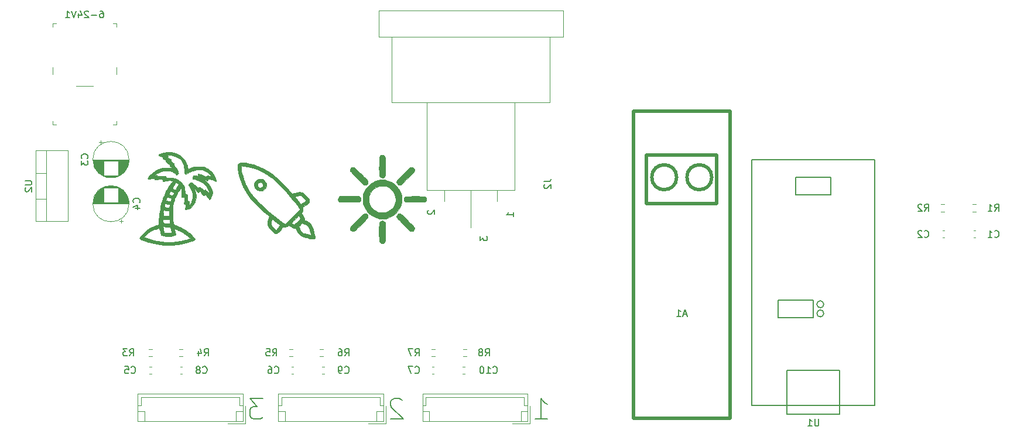
<source format=gbr>
%TF.GenerationSoftware,KiCad,Pcbnew,(5.1.9-0-10_14)*%
%TF.CreationDate,2021-02-22T19:48:58+01:00*%
%TF.ProjectId,DMXBox PCB,444d5842-6f78-4205-9043-422e6b696361,0.1*%
%TF.SameCoordinates,Original*%
%TF.FileFunction,Legend,Bot*%
%TF.FilePolarity,Positive*%
%FSLAX46Y46*%
G04 Gerber Fmt 4.6, Leading zero omitted, Abs format (unit mm)*
G04 Created by KiCad (PCBNEW (5.1.9-0-10_14)) date 2021-02-22 19:48:58*
%MOMM*%
%LPD*%
G01*
G04 APERTURE LIST*
%ADD10C,0.150000*%
%ADD11C,0.010000*%
%ADD12C,0.100000*%
%ADD13C,0.500000*%
%ADD14C,0.120000*%
G04 APERTURE END LIST*
D10*
X101965000Y-123452142D02*
X100107857Y-123452142D01*
X101107857Y-124595000D01*
X100679285Y-124595000D01*
X100393571Y-124737857D01*
X100250714Y-124880714D01*
X100107857Y-125166428D01*
X100107857Y-125880714D01*
X100250714Y-126166428D01*
X100393571Y-126309285D01*
X100679285Y-126452142D01*
X101536428Y-126452142D01*
X101822142Y-126309285D01*
X101965000Y-126166428D01*
X122142142Y-123737857D02*
X121999285Y-123595000D01*
X121713571Y-123452142D01*
X120999285Y-123452142D01*
X120713571Y-123595000D01*
X120570714Y-123737857D01*
X120427857Y-124023571D01*
X120427857Y-124309285D01*
X120570714Y-124737857D01*
X122285000Y-126452142D01*
X120427857Y-126452142D01*
X141382857Y-126452142D02*
X143097142Y-126452142D01*
X142240000Y-126452142D02*
X142240000Y-123452142D01*
X142525714Y-123880714D01*
X142811428Y-124166428D01*
X143097142Y-124309285D01*
D11*
%TO.C,G\u002A\u002A\u002A*%
G36*
X88233093Y-87778341D02*
G01*
X87986713Y-87813576D01*
X87774249Y-87850046D01*
X87609924Y-87884898D01*
X87507963Y-87915275D01*
X87483950Y-87928706D01*
X87407381Y-87965909D01*
X87382201Y-87968667D01*
X87299458Y-87986640D01*
X87185334Y-88032250D01*
X87063382Y-88093032D01*
X86957152Y-88156520D01*
X86890197Y-88210251D01*
X86879138Y-88234915D01*
X86925790Y-88278010D01*
X87025019Y-88330377D01*
X87082912Y-88353928D01*
X87270032Y-88423886D01*
X87390938Y-88473100D01*
X87458711Y-88510502D01*
X87486433Y-88545018D01*
X87487187Y-88585578D01*
X87478311Y-88623794D01*
X87470930Y-88683951D01*
X87495252Y-88730250D01*
X87566746Y-88777513D01*
X87700878Y-88840564D01*
X87707625Y-88843562D01*
X87844614Y-88907512D01*
X87918800Y-88955432D01*
X87946006Y-89002699D01*
X87942055Y-89064690D01*
X87940954Y-89070313D01*
X87936522Y-89131163D01*
X87959929Y-89184436D01*
X88024465Y-89245031D01*
X88143421Y-89327849D01*
X88208081Y-89369805D01*
X88353208Y-89466606D01*
X88438756Y-89536150D01*
X88478473Y-89593502D01*
X88486110Y-89653726D01*
X88484438Y-89672584D01*
X88486370Y-89756628D01*
X88508498Y-89789000D01*
X88559510Y-89815037D01*
X88647549Y-89881340D01*
X88702413Y-89928195D01*
X88858873Y-90067391D01*
X88124010Y-90065779D01*
X87808690Y-90068007D01*
X87569975Y-90076141D01*
X87410416Y-90090035D01*
X87332566Y-90109540D01*
X87329657Y-90111564D01*
X87250042Y-90150139D01*
X87131203Y-90183690D01*
X87109377Y-90187948D01*
X86979602Y-90226918D01*
X86824105Y-90294772D01*
X86737098Y-90341634D01*
X86617499Y-90409129D01*
X86527441Y-90454412D01*
X86493607Y-90466334D01*
X86436339Y-90492051D01*
X86332218Y-90560553D01*
X86198106Y-90658869D01*
X86050864Y-90774024D01*
X85907353Y-90893046D01*
X85784434Y-91002962D01*
X85740722Y-91045600D01*
X85596313Y-91205272D01*
X85474156Y-91365018D01*
X85386483Y-91506827D01*
X85345527Y-91612693D01*
X85344000Y-91629659D01*
X85357039Y-91667988D01*
X85404381Y-91687046D01*
X85498365Y-91686934D01*
X85651328Y-91667753D01*
X85852000Y-91633845D01*
X86018442Y-91606478D01*
X86123901Y-91597728D01*
X86190093Y-91608052D01*
X86238732Y-91637906D01*
X86243583Y-91642086D01*
X86302628Y-91718414D01*
X86317666Y-91768693D01*
X86342680Y-91805041D01*
X86423080Y-91812022D01*
X86566905Y-91789140D01*
X86762166Y-91741282D01*
X86901223Y-91715869D01*
X87077372Y-91698994D01*
X87192362Y-91695010D01*
X87453224Y-91694000D01*
X87481833Y-91863334D01*
X87505869Y-91969025D01*
X87531291Y-92028059D01*
X87538471Y-92032539D01*
X87589302Y-92024873D01*
X87704460Y-92004272D01*
X87865201Y-91974159D01*
X87999346Y-91948371D01*
X88212312Y-91909832D01*
X88367988Y-91890370D01*
X88491254Y-91888654D01*
X88606990Y-91903352D01*
X88655513Y-91913258D01*
X88787868Y-91946615D01*
X88886039Y-91979302D01*
X88917190Y-91995566D01*
X88914085Y-92043808D01*
X88862610Y-92131554D01*
X88811356Y-92196493D01*
X88598165Y-92468424D01*
X88376000Y-92794034D01*
X88161460Y-93146288D01*
X87971146Y-93498154D01*
X87840468Y-93777583D01*
X87724349Y-94055211D01*
X87624249Y-94304451D01*
X87545743Y-94510914D01*
X87494411Y-94660215D01*
X87483007Y-94699667D01*
X87447082Y-94818266D01*
X87420937Y-94890167D01*
X87350838Y-95097287D01*
X87278339Y-95373282D01*
X87205967Y-95702503D01*
X87136249Y-96069301D01*
X87071713Y-96458029D01*
X87014885Y-96853037D01*
X86968292Y-97238677D01*
X86934462Y-97599300D01*
X86915922Y-97919259D01*
X86913342Y-98033417D01*
X86907316Y-98202292D01*
X86891630Y-98299632D01*
X86863729Y-98338269D01*
X86852237Y-98340334D01*
X86754640Y-98357103D01*
X86600872Y-98402382D01*
X86411366Y-98468624D01*
X86206555Y-98548283D01*
X86006875Y-98633814D01*
X85838561Y-98714658D01*
X85636494Y-98827983D01*
X85416689Y-98964731D01*
X85225685Y-99095906D01*
X85220464Y-99099765D01*
X85073047Y-99219058D01*
X84896776Y-99376952D01*
X84707980Y-99557135D01*
X84522988Y-99743295D01*
X84358129Y-99919118D01*
X84229734Y-100068292D01*
X84168893Y-100150256D01*
X84124318Y-100229205D01*
X84135395Y-100277124D01*
X84199489Y-100325838D01*
X84309257Y-100385077D01*
X84481322Y-100461602D01*
X84696829Y-100548559D01*
X84936923Y-100639091D01*
X85182747Y-100726344D01*
X85415448Y-100803464D01*
X85616169Y-100863596D01*
X85766056Y-100899885D01*
X85789399Y-100903848D01*
X85908159Y-100927797D01*
X85986702Y-100955079D01*
X86000734Y-100965919D01*
X86051192Y-100989668D01*
X86158221Y-101014381D01*
X86243630Y-101027463D01*
X86401017Y-101052058D01*
X86546022Y-101082330D01*
X86597587Y-101096289D01*
X86757160Y-101134919D01*
X86972826Y-101171807D01*
X87229464Y-101205849D01*
X87511951Y-101235944D01*
X87805167Y-101260987D01*
X88093990Y-101279876D01*
X88363298Y-101291508D01*
X88597969Y-101294778D01*
X88782882Y-101288585D01*
X88902915Y-101271825D01*
X88921166Y-101265792D01*
X89000355Y-101247011D01*
X89139216Y-101226649D01*
X89312900Y-101208112D01*
X89386833Y-101201951D01*
X89597518Y-101181162D01*
X89812347Y-101152303D01*
X89991347Y-101120897D01*
X90021833Y-101114220D01*
X90192745Y-101076772D01*
X90359597Y-101043408D01*
X90445166Y-101028185D01*
X90597850Y-100997484D01*
X90765969Y-100955395D01*
X90805000Y-100944217D01*
X91138139Y-100844608D01*
X91392217Y-100767076D01*
X91569698Y-100710850D01*
X91673047Y-100675162D01*
X91694000Y-100666549D01*
X91768143Y-100632980D01*
X91886317Y-100579984D01*
X91958583Y-100547722D01*
X92072074Y-100491261D01*
X92144989Y-100443696D01*
X92159666Y-100424636D01*
X92129973Y-100349988D01*
X92086501Y-100286966D01*
X91482333Y-100286966D01*
X91445327Y-100320579D01*
X91352063Y-100358711D01*
X91302416Y-100373037D01*
X91141273Y-100416677D01*
X90968256Y-100466580D01*
X90932000Y-100477519D01*
X90767632Y-100524232D01*
X90585562Y-100571108D01*
X90529833Y-100584323D01*
X90445010Y-100602998D01*
X90348605Y-100622232D01*
X90228252Y-100644143D01*
X90071587Y-100670846D01*
X89866245Y-100704461D01*
X89599861Y-100747103D01*
X89323333Y-100790902D01*
X89158292Y-100808620D01*
X88933383Y-100821299D01*
X88669693Y-100828912D01*
X88388311Y-100831433D01*
X88110325Y-100828835D01*
X87856823Y-100821091D01*
X87648894Y-100808174D01*
X87524166Y-100793183D01*
X87355504Y-100764246D01*
X87145273Y-100728868D01*
X86935489Y-100694114D01*
X86910333Y-100689993D01*
X86592911Y-100633513D01*
X86276735Y-100569019D01*
X85979368Y-100500718D01*
X85718374Y-100432816D01*
X85511313Y-100369519D01*
X85407500Y-100330043D01*
X85297172Y-100289450D01*
X85217000Y-100265795D01*
X85099019Y-100228334D01*
X84984166Y-100183611D01*
X84877012Y-100139503D01*
X84798484Y-100110972D01*
X84795423Y-100076167D01*
X84845190Y-100000694D01*
X84935142Y-99897572D01*
X85052640Y-99779819D01*
X85185040Y-99660456D01*
X85319703Y-99552498D01*
X85387277Y-99504619D01*
X85497125Y-99429126D01*
X85575302Y-99371752D01*
X85598000Y-99352197D01*
X85651176Y-99317028D01*
X85765074Y-99257766D01*
X85922075Y-99182438D01*
X86104563Y-99099071D01*
X86294923Y-99015694D01*
X86475536Y-98940334D01*
X86628788Y-98881018D01*
X86644167Y-98875479D01*
X86809587Y-98818999D01*
X86914693Y-98799311D01*
X86978978Y-98824924D01*
X87021931Y-98904351D01*
X87063045Y-99046102D01*
X87066735Y-99060000D01*
X87137954Y-99325050D01*
X87192517Y-99519290D01*
X87234067Y-99654107D01*
X87266249Y-99740889D01*
X87292707Y-99791021D01*
X87305719Y-99806688D01*
X87382170Y-99845146D01*
X87524390Y-99884928D01*
X87713623Y-99922471D01*
X87931114Y-99954213D01*
X88158105Y-99976594D01*
X88222666Y-99980804D01*
X88437934Y-99979575D01*
X88674964Y-99956651D01*
X88907732Y-99916599D01*
X89110213Y-99863983D01*
X89256382Y-99803370D01*
X89265621Y-99797843D01*
X89314868Y-99761322D01*
X89335459Y-99715774D01*
X89330222Y-99637012D01*
X89301985Y-99500850D01*
X89300915Y-99496083D01*
X89290735Y-99453249D01*
X88760655Y-99453249D01*
X88710781Y-99495162D01*
X88703146Y-99497475D01*
X88622872Y-99507633D01*
X88487974Y-99512755D01*
X88320019Y-99513354D01*
X88140572Y-99509943D01*
X87971198Y-99503035D01*
X87833464Y-99493142D01*
X87748935Y-99480777D01*
X87733883Y-99474428D01*
X87706288Y-99416522D01*
X87675900Y-99311261D01*
X87669744Y-99283928D01*
X87635603Y-99129010D01*
X87598339Y-98967166D01*
X87595255Y-98954167D01*
X87562203Y-98807118D01*
X87534116Y-98668954D01*
X87531242Y-98653337D01*
X87507551Y-98521840D01*
X87748692Y-98585920D01*
X87920314Y-98619780D01*
X88128362Y-98644443D01*
X88306365Y-98653917D01*
X88622896Y-98657834D01*
X88678606Y-98954167D01*
X88710244Y-99120655D01*
X88738940Y-99268572D01*
X88757887Y-99362998D01*
X88760655Y-99453249D01*
X89290735Y-99453249D01*
X89260968Y-99328006D01*
X89218868Y-99165586D01*
X89197191Y-99089227D01*
X89164094Y-98953786D01*
X89171575Y-98887042D01*
X89224041Y-98881139D01*
X89296422Y-98912359D01*
X89393235Y-98956423D01*
X89458495Y-98975321D01*
X89459339Y-98975334D01*
X89530224Y-98995396D01*
X89657455Y-99049883D01*
X89824432Y-99130239D01*
X90014552Y-99227913D01*
X90211214Y-99334349D01*
X90397816Y-99440996D01*
X90557757Y-99539299D01*
X90572166Y-99548682D01*
X90750183Y-99670444D01*
X90933895Y-99804709D01*
X91110220Y-99940865D01*
X91266077Y-100068300D01*
X91388381Y-100176403D01*
X91464052Y-100254562D01*
X91482333Y-100286966D01*
X92086501Y-100286966D01*
X92048963Y-100232547D01*
X91928739Y-100085608D01*
X91781405Y-99922472D01*
X91619064Y-99756434D01*
X91453820Y-99600793D01*
X91297777Y-99468846D01*
X91270666Y-99447930D01*
X91175489Y-99374364D01*
X91111925Y-99322578D01*
X91101333Y-99312777D01*
X91010245Y-99237692D01*
X90857171Y-99136664D01*
X90657582Y-99017946D01*
X90426947Y-98889790D01*
X90180735Y-98760447D01*
X89934416Y-98638171D01*
X89703460Y-98531213D01*
X89503335Y-98447825D01*
X89429166Y-98420773D01*
X89277437Y-98362925D01*
X89155351Y-98305728D01*
X89087470Y-98260808D01*
X89084923Y-98257846D01*
X89042379Y-98159876D01*
X89038205Y-98140326D01*
X88554362Y-98140326D01*
X88088636Y-98118252D01*
X87897279Y-98106162D01*
X87737620Y-98090412D01*
X87628402Y-98073210D01*
X87589573Y-98059505D01*
X87567972Y-98000411D01*
X87545814Y-97884339D01*
X87531048Y-97765727D01*
X87505861Y-97508621D01*
X87980680Y-97526931D01*
X88173078Y-97536548D01*
X88333018Y-97548678D01*
X88442304Y-97561672D01*
X88481993Y-97572370D01*
X88499053Y-97625776D01*
X88517334Y-97738228D01*
X88531424Y-97869913D01*
X88554362Y-98140326D01*
X89038205Y-98140326D01*
X89006475Y-97991738D01*
X88977256Y-97766046D01*
X88954767Y-97495413D01*
X88939051Y-97192454D01*
X88930154Y-96869782D01*
X88928993Y-96681365D01*
X88471550Y-96681365D01*
X88463912Y-96831698D01*
X88455960Y-96891874D01*
X88429950Y-97030914D01*
X87566500Y-97006834D01*
X87554163Y-96629184D01*
X87549355Y-96413287D01*
X87553680Y-96270684D01*
X87570143Y-96190223D01*
X87601751Y-96160754D01*
X87651510Y-96171125D01*
X87674575Y-96182533D01*
X87757360Y-96208202D01*
X87897617Y-96233863D01*
X88068286Y-96254786D01*
X88109119Y-96258442D01*
X88455500Y-96287167D01*
X88468735Y-96520000D01*
X88471550Y-96681365D01*
X88928993Y-96681365D01*
X88928121Y-96540011D01*
X88932996Y-96215754D01*
X88944824Y-95909626D01*
X88963650Y-95634239D01*
X88989518Y-95402208D01*
X89002160Y-95334667D01*
X88528755Y-95334667D01*
X88498481Y-95578084D01*
X88478911Y-95715348D01*
X88459816Y-95816983D01*
X88448771Y-95853250D01*
X88388194Y-95880575D01*
X88273854Y-95882778D01*
X88131968Y-95862521D01*
X87988751Y-95822467D01*
X87936334Y-95801213D01*
X87755835Y-95719285D01*
X87783464Y-95474059D01*
X87799659Y-95340709D01*
X87813225Y-95247205D01*
X87819776Y-95217798D01*
X87860863Y-95223895D01*
X87954860Y-95252014D01*
X88009719Y-95270715D01*
X88166950Y-95312010D01*
X88327958Y-95333705D01*
X88359867Y-95334667D01*
X88528755Y-95334667D01*
X89002160Y-95334667D01*
X89022473Y-95226146D01*
X89062561Y-95118667D01*
X89073741Y-95103950D01*
X89106374Y-95030143D01*
X89111666Y-94984061D01*
X89126412Y-94898401D01*
X89165745Y-94756254D01*
X89222307Y-94579543D01*
X89240449Y-94527835D01*
X88773000Y-94527835D01*
X88753561Y-94608876D01*
X88730666Y-94636167D01*
X88697471Y-94694730D01*
X88688333Y-94762137D01*
X88668416Y-94848054D01*
X88635416Y-94883297D01*
X88516645Y-94904446D01*
X88350702Y-94900651D01*
X88171054Y-94872765D01*
X88164574Y-94871281D01*
X88033152Y-94833483D01*
X87966008Y-94784266D01*
X87954776Y-94704113D01*
X87991087Y-94573504D01*
X88012169Y-94515761D01*
X88061593Y-94389567D01*
X88099795Y-94302817D01*
X88116365Y-94276334D01*
X88160223Y-94291560D01*
X88256341Y-94330492D01*
X88328500Y-94361000D01*
X88471108Y-94411576D01*
X88603984Y-94441845D01*
X88649509Y-94445667D01*
X88741361Y-94460207D01*
X88772335Y-94512757D01*
X88773000Y-94527835D01*
X89240449Y-94527835D01*
X89288743Y-94390190D01*
X89357694Y-94210119D01*
X89420203Y-94064667D01*
X89506267Y-93895349D01*
X89611795Y-93709746D01*
X89664068Y-93624815D01*
X89123370Y-93624815D01*
X89123147Y-93677396D01*
X89086493Y-93773635D01*
X89027136Y-93888979D01*
X88958802Y-93998876D01*
X88895218Y-94078774D01*
X88855035Y-94104764D01*
X88778576Y-94088521D01*
X88663267Y-94044960D01*
X88611618Y-94021345D01*
X88489103Y-93947659D01*
X88430805Y-93864935D01*
X88432195Y-93754367D01*
X88488740Y-93597149D01*
X88502216Y-93567250D01*
X88552347Y-93470499D01*
X88600388Y-93437962D01*
X88672635Y-93464063D01*
X88751833Y-93514334D01*
X88870078Y-93572529D01*
X88983075Y-93598621D01*
X88988194Y-93598721D01*
X89080146Y-93607963D01*
X89123370Y-93624815D01*
X89664068Y-93624815D01*
X89727019Y-93522535D01*
X89842173Y-93348396D01*
X89947489Y-93202008D01*
X90033201Y-93098050D01*
X90089542Y-93051200D01*
X90095348Y-93049976D01*
X90129820Y-93084256D01*
X90177069Y-93171177D01*
X90190598Y-93202003D01*
X90224091Y-93323424D01*
X90244865Y-93502625D01*
X90254011Y-93750756D01*
X90254666Y-93858170D01*
X90254666Y-94361000D01*
X90678000Y-94361000D01*
X90678000Y-94609830D01*
X90666760Y-94777644D01*
X90637976Y-94936726D01*
X90614500Y-95010637D01*
X90560370Y-95164443D01*
X90557030Y-95263442D01*
X90609143Y-95323827D01*
X90715249Y-95360402D01*
X90879499Y-95398167D01*
X90814624Y-95631000D01*
X90777078Y-95785591D01*
X90751693Y-95927480D01*
X90745625Y-95990217D01*
X90748568Y-96070550D01*
X90780232Y-96103967D01*
X90864181Y-96106573D01*
X90910833Y-96103144D01*
X91181402Y-96042877D01*
X91446368Y-95913545D01*
X91682935Y-95728982D01*
X91847804Y-95534407D01*
X91922067Y-95428015D01*
X91977919Y-95353571D01*
X91994786Y-95334667D01*
X92033503Y-95275980D01*
X92088143Y-95161114D01*
X92148733Y-95014500D01*
X92205298Y-94860567D01*
X92247864Y-94723745D01*
X92254044Y-94699667D01*
X92298036Y-94393149D01*
X92297209Y-94046883D01*
X92254546Y-93691002D01*
X92173032Y-93355637D01*
X92102171Y-93166406D01*
X92064674Y-93063334D01*
X92072187Y-93028580D01*
X92122124Y-93060441D01*
X92211897Y-93157217D01*
X92338917Y-93317205D01*
X92346319Y-93326991D01*
X92447784Y-93458216D01*
X92532632Y-93562116D01*
X92586048Y-93620720D01*
X92593175Y-93626456D01*
X92645183Y-93615228D01*
X92727469Y-93557794D01*
X92755773Y-93532204D01*
X92831825Y-93467859D01*
X92875578Y-93447322D01*
X92879707Y-93453497D01*
X92906649Y-93501332D01*
X92977888Y-93593249D01*
X93079614Y-93711753D01*
X93111544Y-93747167D01*
X93219106Y-93868206D01*
X93300340Y-93965336D01*
X93341516Y-94021947D01*
X93344004Y-94028388D01*
X93379115Y-94073013D01*
X93460564Y-94079013D01*
X93559557Y-94046798D01*
X93595538Y-94024799D01*
X93711390Y-93942305D01*
X93856885Y-94141069D01*
X93960817Y-94285793D01*
X94063280Y-94432752D01*
X94107607Y-94498294D01*
X94176265Y-94593649D01*
X94227354Y-94650288D01*
X94239400Y-94657044D01*
X94280923Y-94633420D01*
X94338490Y-94555136D01*
X94418906Y-94412241D01*
X94456411Y-94339834D01*
X94552348Y-94147830D01*
X94614809Y-94007201D01*
X94650735Y-93894920D01*
X94667064Y-93787964D01*
X94670734Y-93663306D01*
X94670515Y-93629386D01*
X94665028Y-93503006D01*
X94646396Y-93392381D01*
X94607184Y-93274921D01*
X94539955Y-93128038D01*
X94444504Y-92942834D01*
X94353059Y-92771963D01*
X94274794Y-92630170D01*
X94218696Y-92533450D01*
X94194812Y-92498334D01*
X94155623Y-92450739D01*
X94097090Y-92364856D01*
X94094752Y-92361192D01*
X94021651Y-92273602D01*
X93906716Y-92163844D01*
X93799397Y-92075094D01*
X93678441Y-91981974D01*
X93581431Y-91906845D01*
X93532869Y-91868746D01*
X93447018Y-91816472D01*
X93307148Y-91748543D01*
X93139246Y-91677011D01*
X93027500Y-91634334D01*
X92939553Y-91597352D01*
X92910479Y-91573870D01*
X92921801Y-91569983D01*
X93021219Y-91582563D01*
X93172790Y-91620906D01*
X93351119Y-91676799D01*
X93530809Y-91742024D01*
X93686466Y-91808366D01*
X93736820Y-91833648D01*
X93938141Y-91941548D01*
X93986575Y-91849524D01*
X94042696Y-91765027D01*
X94081587Y-91726374D01*
X94151704Y-91712738D01*
X94270952Y-91715468D01*
X94406213Y-91730828D01*
X94524372Y-91755080D01*
X94591717Y-91783926D01*
X94667602Y-91817750D01*
X94698177Y-91821000D01*
X94777001Y-91840066D01*
X94887566Y-91887176D01*
X94911960Y-91899742D01*
X95034652Y-91959875D01*
X95142675Y-92004413D01*
X95154750Y-92008428D01*
X95225314Y-92018177D01*
X95248635Y-91970735D01*
X95250000Y-91932185D01*
X95234794Y-91841425D01*
X95207666Y-91799834D01*
X95171767Y-91739964D01*
X95165333Y-91693780D01*
X95142940Y-91602044D01*
X95083228Y-91461389D01*
X95021490Y-91339752D01*
X94560026Y-91339752D01*
X94511959Y-91337942D01*
X94416982Y-91308387D01*
X94381572Y-91294313D01*
X94237323Y-91252956D01*
X94069309Y-91229992D01*
X94020016Y-91228334D01*
X93890698Y-91234938D01*
X93821658Y-91260614D01*
X93789279Y-91313695D01*
X93766569Y-91369106D01*
X93732074Y-91372877D01*
X93658560Y-91326083D01*
X93648843Y-91319249D01*
X93532689Y-91250806D01*
X93429666Y-91207015D01*
X93342248Y-91172589D01*
X93302666Y-91146128D01*
X93252434Y-91118333D01*
X93145395Y-91076650D01*
X93006514Y-91029149D01*
X92860757Y-90983896D01*
X92733087Y-90948959D01*
X92648469Y-90932406D01*
X92640072Y-90932000D01*
X92596758Y-90948567D01*
X92587647Y-91012125D01*
X92596967Y-91086338D01*
X92622013Y-91240675D01*
X92265013Y-91215481D01*
X92100581Y-91207281D01*
X91971523Y-91207246D01*
X91898565Y-91215134D01*
X91890008Y-91219894D01*
X91876782Y-91276265D01*
X91863194Y-91386801D01*
X91857084Y-91459596D01*
X91842166Y-91669693D01*
X92052558Y-91705555D01*
X92183035Y-91732769D01*
X92279739Y-91761916D01*
X92306558Y-91775371D01*
X92377005Y-91808901D01*
X92477166Y-91838883D01*
X92569502Y-91870810D01*
X92715410Y-91932748D01*
X92893797Y-92014788D01*
X93083569Y-92107021D01*
X93263633Y-92199538D01*
X93376441Y-92261339D01*
X93474828Y-92335268D01*
X93555573Y-92417417D01*
X93629200Y-92506420D01*
X93680924Y-92568534D01*
X93759710Y-92676429D01*
X93859360Y-92831794D01*
X93962984Y-93006314D01*
X94053691Y-93171677D01*
X94108918Y-93285974D01*
X94159528Y-93436977D01*
X94188563Y-93587469D01*
X94191296Y-93634260D01*
X94190926Y-93789500D01*
X93924048Y-93495804D01*
X93798864Y-93359551D01*
X93715570Y-93277216D01*
X93659425Y-93239777D01*
X93615691Y-93238212D01*
X93569627Y-93263497D01*
X93557873Y-93271657D01*
X93482336Y-93315471D01*
X93421780Y-93309108D01*
X93348871Y-93262094D01*
X93233830Y-93172951D01*
X93133333Y-93087604D01*
X92999686Y-92966835D01*
X92913287Y-92893366D01*
X92856856Y-92859685D01*
X92813111Y-92858278D01*
X92764774Y-92881631D01*
X92720197Y-92907974D01*
X92591040Y-92982100D01*
X92395969Y-92765134D01*
X92213197Y-92587026D01*
X92003130Y-92421886D01*
X91792403Y-92288793D01*
X91623917Y-92212084D01*
X91522736Y-92188487D01*
X91454044Y-92212936D01*
X91406957Y-92258514D01*
X91302779Y-92384869D01*
X91257697Y-92486452D01*
X91270798Y-92589046D01*
X91341168Y-92718431D01*
X91388191Y-92787839D01*
X91586263Y-93118282D01*
X91736504Y-93465020D01*
X91831226Y-93806670D01*
X91862787Y-94107851D01*
X91848532Y-94290380D01*
X91809977Y-94507338D01*
X91754527Y-94729224D01*
X91689585Y-94926541D01*
X91622556Y-95069789D01*
X91620518Y-95073057D01*
X91540712Y-95193363D01*
X91456311Y-95311109D01*
X91382651Y-95405959D01*
X91335068Y-95457577D01*
X91327467Y-95461667D01*
X91320003Y-95423200D01*
X91318250Y-95322942D01*
X91321909Y-95199593D01*
X91334166Y-94937518D01*
X91059000Y-94856752D01*
X91059000Y-94398699D01*
X91057530Y-94193882D01*
X91051360Y-94057527D01*
X91037851Y-93973454D01*
X91014363Y-93925484D01*
X90978256Y-93897437D01*
X90977116Y-93896823D01*
X90870626Y-93860049D01*
X90812715Y-93853000D01*
X90766017Y-93841404D01*
X90737034Y-93794287D01*
X90718479Y-93693158D01*
X90708453Y-93588417D01*
X90666312Y-93214266D01*
X90603884Y-92907683D01*
X90515289Y-92652804D01*
X90394645Y-92433764D01*
X90387616Y-92424939D01*
X89824202Y-92424939D01*
X89696534Y-92662720D01*
X89581312Y-92876550D01*
X89497692Y-93026944D01*
X89437231Y-93125064D01*
X89391490Y-93182073D01*
X89352027Y-93209133D01*
X89310400Y-93217408D01*
X89276635Y-93218000D01*
X89158005Y-93196649D01*
X89032912Y-93145167D01*
X89030698Y-93143917D01*
X88944198Y-93087673D01*
X88901283Y-93046031D01*
X88900267Y-93042063D01*
X88920558Y-92993689D01*
X88974468Y-92891934D01*
X89051105Y-92755441D01*
X89139576Y-92602850D01*
X89228990Y-92452805D01*
X89308455Y-92323947D01*
X89367079Y-92234918D01*
X89386803Y-92209345D01*
X89429542Y-92185024D01*
X89492507Y-92201089D01*
X89595268Y-92263918D01*
X89631435Y-92289064D01*
X89824202Y-92424939D01*
X90387616Y-92424939D01*
X90236071Y-92234698D01*
X90187894Y-92184247D01*
X89892101Y-91922928D01*
X89582335Y-91730859D01*
X89244234Y-91602446D01*
X88863436Y-91532099D01*
X88466083Y-91513839D01*
X88254677Y-91514359D01*
X88113679Y-91511504D01*
X88028835Y-91502583D01*
X87985890Y-91484903D01*
X87970587Y-91455773D01*
X87968666Y-91419898D01*
X87953606Y-91327719D01*
X87899727Y-91274400D01*
X87793983Y-91255161D01*
X87623326Y-91265218D01*
X87565652Y-91272178D01*
X87357840Y-91293165D01*
X87130230Y-91307569D01*
X86984416Y-91311615D01*
X86833085Y-91310810D01*
X86747611Y-91301750D01*
X86709194Y-91277238D01*
X86699032Y-91230075D01*
X86698666Y-91202229D01*
X86687833Y-91123986D01*
X86640477Y-91109475D01*
X86603416Y-91117894D01*
X86482771Y-91149136D01*
X86402333Y-91168272D01*
X86296500Y-91192215D01*
X86407247Y-91093858D01*
X86553010Y-90968533D01*
X86670570Y-90881320D01*
X86792037Y-90810911D01*
X86939928Y-90740345D01*
X87087583Y-90672774D01*
X87218064Y-90612166D01*
X87287159Y-90579335D01*
X87377439Y-90557977D01*
X87544448Y-90542275D01*
X87780402Y-90532735D01*
X88049159Y-90529834D01*
X88302561Y-90530598D01*
X88488552Y-90534338D01*
X88624383Y-90543224D01*
X88727305Y-90559424D01*
X88814570Y-90585109D01*
X88903430Y-90622449D01*
X88946581Y-90642703D01*
X89116451Y-90743469D01*
X89274779Y-90870237D01*
X89335334Y-90932766D01*
X89487006Y-91109960D01*
X89633197Y-90998454D01*
X89723773Y-90922267D01*
X89758724Y-90857871D01*
X89752531Y-90769576D01*
X89743403Y-90726785D01*
X89700792Y-90582380D01*
X89646258Y-90449478D01*
X89642636Y-90442394D01*
X89598006Y-90348778D01*
X89577705Y-90290352D01*
X89577594Y-90288539D01*
X89552623Y-90229345D01*
X89489111Y-90128307D01*
X89403351Y-90008094D01*
X89311634Y-89891373D01*
X89230252Y-89800812D01*
X89219901Y-89790847D01*
X89143364Y-89698453D01*
X89128430Y-89606174D01*
X89134760Y-89568563D01*
X89141086Y-89481952D01*
X89099381Y-89422350D01*
X89025735Y-89376216D01*
X88865856Y-89281008D01*
X88769775Y-89199372D01*
X88722622Y-89113573D01*
X88709527Y-89005877D01*
X88709500Y-88999048D01*
X88705108Y-88910242D01*
X88680463Y-88849609D01*
X88618360Y-88797747D01*
X88501594Y-88735252D01*
X88455500Y-88712588D01*
X88302116Y-88636586D01*
X88213803Y-88588449D01*
X88179174Y-88559675D01*
X88186841Y-88541762D01*
X88212083Y-88530843D01*
X88259949Y-88479122D01*
X88255613Y-88403018D01*
X88204920Y-88339784D01*
X88180333Y-88328500D01*
X88111881Y-88289217D01*
X88095666Y-88259143D01*
X88134326Y-88238583D01*
X88237485Y-88229443D01*
X88385917Y-88230563D01*
X88560395Y-88240784D01*
X88741692Y-88258948D01*
X88910582Y-88283894D01*
X89047837Y-88314464D01*
X89056783Y-88317090D01*
X89233010Y-88379946D01*
X89435557Y-88467336D01*
X89640871Y-88567450D01*
X89825401Y-88668478D01*
X89965594Y-88758610D01*
X90011762Y-88795954D01*
X90102128Y-88896366D01*
X90195284Y-89023975D01*
X90215075Y-89055264D01*
X90279815Y-89158052D01*
X90327205Y-89226660D01*
X90337495Y-89238667D01*
X90365020Y-89286538D01*
X90411917Y-89388853D01*
X90455430Y-89492667D01*
X90524060Y-89707147D01*
X90578086Y-89961250D01*
X90612832Y-90222844D01*
X90623625Y-90459794D01*
X90615005Y-90589658D01*
X90603155Y-90713254D01*
X90619703Y-90788426D01*
X90677041Y-90849887D01*
X90719466Y-90882332D01*
X90850823Y-90979448D01*
X91050608Y-90856519D01*
X91197804Y-90774541D01*
X91346233Y-90705045D01*
X91408107Y-90681540D01*
X91514437Y-90639999D01*
X91580623Y-90602163D01*
X91587109Y-90595044D01*
X91639071Y-90565596D01*
X91740704Y-90536302D01*
X91767616Y-90530844D01*
X91882757Y-90502511D01*
X91962134Y-90470881D01*
X91970049Y-90465413D01*
X92041812Y-90437575D01*
X92177337Y-90409918D01*
X92355742Y-90384686D01*
X92556148Y-90364124D01*
X92757675Y-90350476D01*
X92939441Y-90345988D01*
X93046456Y-90349696D01*
X93247907Y-90378275D01*
X93439627Y-90438526D01*
X93643627Y-90539685D01*
X93881913Y-90690987D01*
X93916500Y-90714781D01*
X94033438Y-90803561D01*
X94165148Y-90915480D01*
X94297489Y-91036804D01*
X94416316Y-91153797D01*
X94507489Y-91252725D01*
X94556863Y-91319853D01*
X94560026Y-91339752D01*
X95021490Y-91339752D01*
X94997395Y-91292282D01*
X94896641Y-91115189D01*
X94792166Y-90950578D01*
X94695167Y-90818914D01*
X94671690Y-90791643D01*
X94514905Y-90630043D01*
X94341299Y-90470509D01*
X94172514Y-90331553D01*
X94030191Y-90231686D01*
X93991461Y-90209815D01*
X93888183Y-90153654D01*
X93750482Y-90074783D01*
X93662500Y-90022767D01*
X93450833Y-89895818D01*
X92752333Y-89895326D01*
X92486135Y-89896139D01*
X92286997Y-89900248D01*
X92137328Y-89909509D01*
X92019532Y-89925780D01*
X91916018Y-89950917D01*
X91809191Y-89986778D01*
X91778666Y-89998101D01*
X91607891Y-90068329D01*
X91442973Y-90146162D01*
X91339170Y-90203238D01*
X91246833Y-90255850D01*
X91183580Y-90270461D01*
X91140194Y-90236707D01*
X91107460Y-90144229D01*
X91076161Y-89982662D01*
X91061034Y-89890511D01*
X91031757Y-89736615D01*
X91000844Y-89617827D01*
X90974376Y-89556942D01*
X90971363Y-89554331D01*
X90936881Y-89495681D01*
X90932000Y-89458082D01*
X90909229Y-89368813D01*
X90848704Y-89232843D01*
X90762106Y-89072208D01*
X90661117Y-88908942D01*
X90580039Y-88794167D01*
X90332247Y-88522278D01*
X90028269Y-88289229D01*
X89658916Y-88088889D01*
X89314370Y-87949538D01*
X89167083Y-87906844D01*
X88974257Y-87864484D01*
X88760750Y-87826395D01*
X88551421Y-87796512D01*
X88371132Y-87778772D01*
X88244740Y-87777110D01*
X88233093Y-87778341D01*
G37*
X88233093Y-87778341D02*
X87986713Y-87813576D01*
X87774249Y-87850046D01*
X87609924Y-87884898D01*
X87507963Y-87915275D01*
X87483950Y-87928706D01*
X87407381Y-87965909D01*
X87382201Y-87968667D01*
X87299458Y-87986640D01*
X87185334Y-88032250D01*
X87063382Y-88093032D01*
X86957152Y-88156520D01*
X86890197Y-88210251D01*
X86879138Y-88234915D01*
X86925790Y-88278010D01*
X87025019Y-88330377D01*
X87082912Y-88353928D01*
X87270032Y-88423886D01*
X87390938Y-88473100D01*
X87458711Y-88510502D01*
X87486433Y-88545018D01*
X87487187Y-88585578D01*
X87478311Y-88623794D01*
X87470930Y-88683951D01*
X87495252Y-88730250D01*
X87566746Y-88777513D01*
X87700878Y-88840564D01*
X87707625Y-88843562D01*
X87844614Y-88907512D01*
X87918800Y-88955432D01*
X87946006Y-89002699D01*
X87942055Y-89064690D01*
X87940954Y-89070313D01*
X87936522Y-89131163D01*
X87959929Y-89184436D01*
X88024465Y-89245031D01*
X88143421Y-89327849D01*
X88208081Y-89369805D01*
X88353208Y-89466606D01*
X88438756Y-89536150D01*
X88478473Y-89593502D01*
X88486110Y-89653726D01*
X88484438Y-89672584D01*
X88486370Y-89756628D01*
X88508498Y-89789000D01*
X88559510Y-89815037D01*
X88647549Y-89881340D01*
X88702413Y-89928195D01*
X88858873Y-90067391D01*
X88124010Y-90065779D01*
X87808690Y-90068007D01*
X87569975Y-90076141D01*
X87410416Y-90090035D01*
X87332566Y-90109540D01*
X87329657Y-90111564D01*
X87250042Y-90150139D01*
X87131203Y-90183690D01*
X87109377Y-90187948D01*
X86979602Y-90226918D01*
X86824105Y-90294772D01*
X86737098Y-90341634D01*
X86617499Y-90409129D01*
X86527441Y-90454412D01*
X86493607Y-90466334D01*
X86436339Y-90492051D01*
X86332218Y-90560553D01*
X86198106Y-90658869D01*
X86050864Y-90774024D01*
X85907353Y-90893046D01*
X85784434Y-91002962D01*
X85740722Y-91045600D01*
X85596313Y-91205272D01*
X85474156Y-91365018D01*
X85386483Y-91506827D01*
X85345527Y-91612693D01*
X85344000Y-91629659D01*
X85357039Y-91667988D01*
X85404381Y-91687046D01*
X85498365Y-91686934D01*
X85651328Y-91667753D01*
X85852000Y-91633845D01*
X86018442Y-91606478D01*
X86123901Y-91597728D01*
X86190093Y-91608052D01*
X86238732Y-91637906D01*
X86243583Y-91642086D01*
X86302628Y-91718414D01*
X86317666Y-91768693D01*
X86342680Y-91805041D01*
X86423080Y-91812022D01*
X86566905Y-91789140D01*
X86762166Y-91741282D01*
X86901223Y-91715869D01*
X87077372Y-91698994D01*
X87192362Y-91695010D01*
X87453224Y-91694000D01*
X87481833Y-91863334D01*
X87505869Y-91969025D01*
X87531291Y-92028059D01*
X87538471Y-92032539D01*
X87589302Y-92024873D01*
X87704460Y-92004272D01*
X87865201Y-91974159D01*
X87999346Y-91948371D01*
X88212312Y-91909832D01*
X88367988Y-91890370D01*
X88491254Y-91888654D01*
X88606990Y-91903352D01*
X88655513Y-91913258D01*
X88787868Y-91946615D01*
X88886039Y-91979302D01*
X88917190Y-91995566D01*
X88914085Y-92043808D01*
X88862610Y-92131554D01*
X88811356Y-92196493D01*
X88598165Y-92468424D01*
X88376000Y-92794034D01*
X88161460Y-93146288D01*
X87971146Y-93498154D01*
X87840468Y-93777583D01*
X87724349Y-94055211D01*
X87624249Y-94304451D01*
X87545743Y-94510914D01*
X87494411Y-94660215D01*
X87483007Y-94699667D01*
X87447082Y-94818266D01*
X87420937Y-94890167D01*
X87350838Y-95097287D01*
X87278339Y-95373282D01*
X87205967Y-95702503D01*
X87136249Y-96069301D01*
X87071713Y-96458029D01*
X87014885Y-96853037D01*
X86968292Y-97238677D01*
X86934462Y-97599300D01*
X86915922Y-97919259D01*
X86913342Y-98033417D01*
X86907316Y-98202292D01*
X86891630Y-98299632D01*
X86863729Y-98338269D01*
X86852237Y-98340334D01*
X86754640Y-98357103D01*
X86600872Y-98402382D01*
X86411366Y-98468624D01*
X86206555Y-98548283D01*
X86006875Y-98633814D01*
X85838561Y-98714658D01*
X85636494Y-98827983D01*
X85416689Y-98964731D01*
X85225685Y-99095906D01*
X85220464Y-99099765D01*
X85073047Y-99219058D01*
X84896776Y-99376952D01*
X84707980Y-99557135D01*
X84522988Y-99743295D01*
X84358129Y-99919118D01*
X84229734Y-100068292D01*
X84168893Y-100150256D01*
X84124318Y-100229205D01*
X84135395Y-100277124D01*
X84199489Y-100325838D01*
X84309257Y-100385077D01*
X84481322Y-100461602D01*
X84696829Y-100548559D01*
X84936923Y-100639091D01*
X85182747Y-100726344D01*
X85415448Y-100803464D01*
X85616169Y-100863596D01*
X85766056Y-100899885D01*
X85789399Y-100903848D01*
X85908159Y-100927797D01*
X85986702Y-100955079D01*
X86000734Y-100965919D01*
X86051192Y-100989668D01*
X86158221Y-101014381D01*
X86243630Y-101027463D01*
X86401017Y-101052058D01*
X86546022Y-101082330D01*
X86597587Y-101096289D01*
X86757160Y-101134919D01*
X86972826Y-101171807D01*
X87229464Y-101205849D01*
X87511951Y-101235944D01*
X87805167Y-101260987D01*
X88093990Y-101279876D01*
X88363298Y-101291508D01*
X88597969Y-101294778D01*
X88782882Y-101288585D01*
X88902915Y-101271825D01*
X88921166Y-101265792D01*
X89000355Y-101247011D01*
X89139216Y-101226649D01*
X89312900Y-101208112D01*
X89386833Y-101201951D01*
X89597518Y-101181162D01*
X89812347Y-101152303D01*
X89991347Y-101120897D01*
X90021833Y-101114220D01*
X90192745Y-101076772D01*
X90359597Y-101043408D01*
X90445166Y-101028185D01*
X90597850Y-100997484D01*
X90765969Y-100955395D01*
X90805000Y-100944217D01*
X91138139Y-100844608D01*
X91392217Y-100767076D01*
X91569698Y-100710850D01*
X91673047Y-100675162D01*
X91694000Y-100666549D01*
X91768143Y-100632980D01*
X91886317Y-100579984D01*
X91958583Y-100547722D01*
X92072074Y-100491261D01*
X92144989Y-100443696D01*
X92159666Y-100424636D01*
X92129973Y-100349988D01*
X92086501Y-100286966D01*
X91482333Y-100286966D01*
X91445327Y-100320579D01*
X91352063Y-100358711D01*
X91302416Y-100373037D01*
X91141273Y-100416677D01*
X90968256Y-100466580D01*
X90932000Y-100477519D01*
X90767632Y-100524232D01*
X90585562Y-100571108D01*
X90529833Y-100584323D01*
X90445010Y-100602998D01*
X90348605Y-100622232D01*
X90228252Y-100644143D01*
X90071587Y-100670846D01*
X89866245Y-100704461D01*
X89599861Y-100747103D01*
X89323333Y-100790902D01*
X89158292Y-100808620D01*
X88933383Y-100821299D01*
X88669693Y-100828912D01*
X88388311Y-100831433D01*
X88110325Y-100828835D01*
X87856823Y-100821091D01*
X87648894Y-100808174D01*
X87524166Y-100793183D01*
X87355504Y-100764246D01*
X87145273Y-100728868D01*
X86935489Y-100694114D01*
X86910333Y-100689993D01*
X86592911Y-100633513D01*
X86276735Y-100569019D01*
X85979368Y-100500718D01*
X85718374Y-100432816D01*
X85511313Y-100369519D01*
X85407500Y-100330043D01*
X85297172Y-100289450D01*
X85217000Y-100265795D01*
X85099019Y-100228334D01*
X84984166Y-100183611D01*
X84877012Y-100139503D01*
X84798484Y-100110972D01*
X84795423Y-100076167D01*
X84845190Y-100000694D01*
X84935142Y-99897572D01*
X85052640Y-99779819D01*
X85185040Y-99660456D01*
X85319703Y-99552498D01*
X85387277Y-99504619D01*
X85497125Y-99429126D01*
X85575302Y-99371752D01*
X85598000Y-99352197D01*
X85651176Y-99317028D01*
X85765074Y-99257766D01*
X85922075Y-99182438D01*
X86104563Y-99099071D01*
X86294923Y-99015694D01*
X86475536Y-98940334D01*
X86628788Y-98881018D01*
X86644167Y-98875479D01*
X86809587Y-98818999D01*
X86914693Y-98799311D01*
X86978978Y-98824924D01*
X87021931Y-98904351D01*
X87063045Y-99046102D01*
X87066735Y-99060000D01*
X87137954Y-99325050D01*
X87192517Y-99519290D01*
X87234067Y-99654107D01*
X87266249Y-99740889D01*
X87292707Y-99791021D01*
X87305719Y-99806688D01*
X87382170Y-99845146D01*
X87524390Y-99884928D01*
X87713623Y-99922471D01*
X87931114Y-99954213D01*
X88158105Y-99976594D01*
X88222666Y-99980804D01*
X88437934Y-99979575D01*
X88674964Y-99956651D01*
X88907732Y-99916599D01*
X89110213Y-99863983D01*
X89256382Y-99803370D01*
X89265621Y-99797843D01*
X89314868Y-99761322D01*
X89335459Y-99715774D01*
X89330222Y-99637012D01*
X89301985Y-99500850D01*
X89300915Y-99496083D01*
X89290735Y-99453249D01*
X88760655Y-99453249D01*
X88710781Y-99495162D01*
X88703146Y-99497475D01*
X88622872Y-99507633D01*
X88487974Y-99512755D01*
X88320019Y-99513354D01*
X88140572Y-99509943D01*
X87971198Y-99503035D01*
X87833464Y-99493142D01*
X87748935Y-99480777D01*
X87733883Y-99474428D01*
X87706288Y-99416522D01*
X87675900Y-99311261D01*
X87669744Y-99283928D01*
X87635603Y-99129010D01*
X87598339Y-98967166D01*
X87595255Y-98954167D01*
X87562203Y-98807118D01*
X87534116Y-98668954D01*
X87531242Y-98653337D01*
X87507551Y-98521840D01*
X87748692Y-98585920D01*
X87920314Y-98619780D01*
X88128362Y-98644443D01*
X88306365Y-98653917D01*
X88622896Y-98657834D01*
X88678606Y-98954167D01*
X88710244Y-99120655D01*
X88738940Y-99268572D01*
X88757887Y-99362998D01*
X88760655Y-99453249D01*
X89290735Y-99453249D01*
X89260968Y-99328006D01*
X89218868Y-99165586D01*
X89197191Y-99089227D01*
X89164094Y-98953786D01*
X89171575Y-98887042D01*
X89224041Y-98881139D01*
X89296422Y-98912359D01*
X89393235Y-98956423D01*
X89458495Y-98975321D01*
X89459339Y-98975334D01*
X89530224Y-98995396D01*
X89657455Y-99049883D01*
X89824432Y-99130239D01*
X90014552Y-99227913D01*
X90211214Y-99334349D01*
X90397816Y-99440996D01*
X90557757Y-99539299D01*
X90572166Y-99548682D01*
X90750183Y-99670444D01*
X90933895Y-99804709D01*
X91110220Y-99940865D01*
X91266077Y-100068300D01*
X91388381Y-100176403D01*
X91464052Y-100254562D01*
X91482333Y-100286966D01*
X92086501Y-100286966D01*
X92048963Y-100232547D01*
X91928739Y-100085608D01*
X91781405Y-99922472D01*
X91619064Y-99756434D01*
X91453820Y-99600793D01*
X91297777Y-99468846D01*
X91270666Y-99447930D01*
X91175489Y-99374364D01*
X91111925Y-99322578D01*
X91101333Y-99312777D01*
X91010245Y-99237692D01*
X90857171Y-99136664D01*
X90657582Y-99017946D01*
X90426947Y-98889790D01*
X90180735Y-98760447D01*
X89934416Y-98638171D01*
X89703460Y-98531213D01*
X89503335Y-98447825D01*
X89429166Y-98420773D01*
X89277437Y-98362925D01*
X89155351Y-98305728D01*
X89087470Y-98260808D01*
X89084923Y-98257846D01*
X89042379Y-98159876D01*
X89038205Y-98140326D01*
X88554362Y-98140326D01*
X88088636Y-98118252D01*
X87897279Y-98106162D01*
X87737620Y-98090412D01*
X87628402Y-98073210D01*
X87589573Y-98059505D01*
X87567972Y-98000411D01*
X87545814Y-97884339D01*
X87531048Y-97765727D01*
X87505861Y-97508621D01*
X87980680Y-97526931D01*
X88173078Y-97536548D01*
X88333018Y-97548678D01*
X88442304Y-97561672D01*
X88481993Y-97572370D01*
X88499053Y-97625776D01*
X88517334Y-97738228D01*
X88531424Y-97869913D01*
X88554362Y-98140326D01*
X89038205Y-98140326D01*
X89006475Y-97991738D01*
X88977256Y-97766046D01*
X88954767Y-97495413D01*
X88939051Y-97192454D01*
X88930154Y-96869782D01*
X88928993Y-96681365D01*
X88471550Y-96681365D01*
X88463912Y-96831698D01*
X88455960Y-96891874D01*
X88429950Y-97030914D01*
X87566500Y-97006834D01*
X87554163Y-96629184D01*
X87549355Y-96413287D01*
X87553680Y-96270684D01*
X87570143Y-96190223D01*
X87601751Y-96160754D01*
X87651510Y-96171125D01*
X87674575Y-96182533D01*
X87757360Y-96208202D01*
X87897617Y-96233863D01*
X88068286Y-96254786D01*
X88109119Y-96258442D01*
X88455500Y-96287167D01*
X88468735Y-96520000D01*
X88471550Y-96681365D01*
X88928993Y-96681365D01*
X88928121Y-96540011D01*
X88932996Y-96215754D01*
X88944824Y-95909626D01*
X88963650Y-95634239D01*
X88989518Y-95402208D01*
X89002160Y-95334667D01*
X88528755Y-95334667D01*
X88498481Y-95578084D01*
X88478911Y-95715348D01*
X88459816Y-95816983D01*
X88448771Y-95853250D01*
X88388194Y-95880575D01*
X88273854Y-95882778D01*
X88131968Y-95862521D01*
X87988751Y-95822467D01*
X87936334Y-95801213D01*
X87755835Y-95719285D01*
X87783464Y-95474059D01*
X87799659Y-95340709D01*
X87813225Y-95247205D01*
X87819776Y-95217798D01*
X87860863Y-95223895D01*
X87954860Y-95252014D01*
X88009719Y-95270715D01*
X88166950Y-95312010D01*
X88327958Y-95333705D01*
X88359867Y-95334667D01*
X88528755Y-95334667D01*
X89002160Y-95334667D01*
X89022473Y-95226146D01*
X89062561Y-95118667D01*
X89073741Y-95103950D01*
X89106374Y-95030143D01*
X89111666Y-94984061D01*
X89126412Y-94898401D01*
X89165745Y-94756254D01*
X89222307Y-94579543D01*
X89240449Y-94527835D01*
X88773000Y-94527835D01*
X88753561Y-94608876D01*
X88730666Y-94636167D01*
X88697471Y-94694730D01*
X88688333Y-94762137D01*
X88668416Y-94848054D01*
X88635416Y-94883297D01*
X88516645Y-94904446D01*
X88350702Y-94900651D01*
X88171054Y-94872765D01*
X88164574Y-94871281D01*
X88033152Y-94833483D01*
X87966008Y-94784266D01*
X87954776Y-94704113D01*
X87991087Y-94573504D01*
X88012169Y-94515761D01*
X88061593Y-94389567D01*
X88099795Y-94302817D01*
X88116365Y-94276334D01*
X88160223Y-94291560D01*
X88256341Y-94330492D01*
X88328500Y-94361000D01*
X88471108Y-94411576D01*
X88603984Y-94441845D01*
X88649509Y-94445667D01*
X88741361Y-94460207D01*
X88772335Y-94512757D01*
X88773000Y-94527835D01*
X89240449Y-94527835D01*
X89288743Y-94390190D01*
X89357694Y-94210119D01*
X89420203Y-94064667D01*
X89506267Y-93895349D01*
X89611795Y-93709746D01*
X89664068Y-93624815D01*
X89123370Y-93624815D01*
X89123147Y-93677396D01*
X89086493Y-93773635D01*
X89027136Y-93888979D01*
X88958802Y-93998876D01*
X88895218Y-94078774D01*
X88855035Y-94104764D01*
X88778576Y-94088521D01*
X88663267Y-94044960D01*
X88611618Y-94021345D01*
X88489103Y-93947659D01*
X88430805Y-93864935D01*
X88432195Y-93754367D01*
X88488740Y-93597149D01*
X88502216Y-93567250D01*
X88552347Y-93470499D01*
X88600388Y-93437962D01*
X88672635Y-93464063D01*
X88751833Y-93514334D01*
X88870078Y-93572529D01*
X88983075Y-93598621D01*
X88988194Y-93598721D01*
X89080146Y-93607963D01*
X89123370Y-93624815D01*
X89664068Y-93624815D01*
X89727019Y-93522535D01*
X89842173Y-93348396D01*
X89947489Y-93202008D01*
X90033201Y-93098050D01*
X90089542Y-93051200D01*
X90095348Y-93049976D01*
X90129820Y-93084256D01*
X90177069Y-93171177D01*
X90190598Y-93202003D01*
X90224091Y-93323424D01*
X90244865Y-93502625D01*
X90254011Y-93750756D01*
X90254666Y-93858170D01*
X90254666Y-94361000D01*
X90678000Y-94361000D01*
X90678000Y-94609830D01*
X90666760Y-94777644D01*
X90637976Y-94936726D01*
X90614500Y-95010637D01*
X90560370Y-95164443D01*
X90557030Y-95263442D01*
X90609143Y-95323827D01*
X90715249Y-95360402D01*
X90879499Y-95398167D01*
X90814624Y-95631000D01*
X90777078Y-95785591D01*
X90751693Y-95927480D01*
X90745625Y-95990217D01*
X90748568Y-96070550D01*
X90780232Y-96103967D01*
X90864181Y-96106573D01*
X90910833Y-96103144D01*
X91181402Y-96042877D01*
X91446368Y-95913545D01*
X91682935Y-95728982D01*
X91847804Y-95534407D01*
X91922067Y-95428015D01*
X91977919Y-95353571D01*
X91994786Y-95334667D01*
X92033503Y-95275980D01*
X92088143Y-95161114D01*
X92148733Y-95014500D01*
X92205298Y-94860567D01*
X92247864Y-94723745D01*
X92254044Y-94699667D01*
X92298036Y-94393149D01*
X92297209Y-94046883D01*
X92254546Y-93691002D01*
X92173032Y-93355637D01*
X92102171Y-93166406D01*
X92064674Y-93063334D01*
X92072187Y-93028580D01*
X92122124Y-93060441D01*
X92211897Y-93157217D01*
X92338917Y-93317205D01*
X92346319Y-93326991D01*
X92447784Y-93458216D01*
X92532632Y-93562116D01*
X92586048Y-93620720D01*
X92593175Y-93626456D01*
X92645183Y-93615228D01*
X92727469Y-93557794D01*
X92755773Y-93532204D01*
X92831825Y-93467859D01*
X92875578Y-93447322D01*
X92879707Y-93453497D01*
X92906649Y-93501332D01*
X92977888Y-93593249D01*
X93079614Y-93711753D01*
X93111544Y-93747167D01*
X93219106Y-93868206D01*
X93300340Y-93965336D01*
X93341516Y-94021947D01*
X93344004Y-94028388D01*
X93379115Y-94073013D01*
X93460564Y-94079013D01*
X93559557Y-94046798D01*
X93595538Y-94024799D01*
X93711390Y-93942305D01*
X93856885Y-94141069D01*
X93960817Y-94285793D01*
X94063280Y-94432752D01*
X94107607Y-94498294D01*
X94176265Y-94593649D01*
X94227354Y-94650288D01*
X94239400Y-94657044D01*
X94280923Y-94633420D01*
X94338490Y-94555136D01*
X94418906Y-94412241D01*
X94456411Y-94339834D01*
X94552348Y-94147830D01*
X94614809Y-94007201D01*
X94650735Y-93894920D01*
X94667064Y-93787964D01*
X94670734Y-93663306D01*
X94670515Y-93629386D01*
X94665028Y-93503006D01*
X94646396Y-93392381D01*
X94607184Y-93274921D01*
X94539955Y-93128038D01*
X94444504Y-92942834D01*
X94353059Y-92771963D01*
X94274794Y-92630170D01*
X94218696Y-92533450D01*
X94194812Y-92498334D01*
X94155623Y-92450739D01*
X94097090Y-92364856D01*
X94094752Y-92361192D01*
X94021651Y-92273602D01*
X93906716Y-92163844D01*
X93799397Y-92075094D01*
X93678441Y-91981974D01*
X93581431Y-91906845D01*
X93532869Y-91868746D01*
X93447018Y-91816472D01*
X93307148Y-91748543D01*
X93139246Y-91677011D01*
X93027500Y-91634334D01*
X92939553Y-91597352D01*
X92910479Y-91573870D01*
X92921801Y-91569983D01*
X93021219Y-91582563D01*
X93172790Y-91620906D01*
X93351119Y-91676799D01*
X93530809Y-91742024D01*
X93686466Y-91808366D01*
X93736820Y-91833648D01*
X93938141Y-91941548D01*
X93986575Y-91849524D01*
X94042696Y-91765027D01*
X94081587Y-91726374D01*
X94151704Y-91712738D01*
X94270952Y-91715468D01*
X94406213Y-91730828D01*
X94524372Y-91755080D01*
X94591717Y-91783926D01*
X94667602Y-91817750D01*
X94698177Y-91821000D01*
X94777001Y-91840066D01*
X94887566Y-91887176D01*
X94911960Y-91899742D01*
X95034652Y-91959875D01*
X95142675Y-92004413D01*
X95154750Y-92008428D01*
X95225314Y-92018177D01*
X95248635Y-91970735D01*
X95250000Y-91932185D01*
X95234794Y-91841425D01*
X95207666Y-91799834D01*
X95171767Y-91739964D01*
X95165333Y-91693780D01*
X95142940Y-91602044D01*
X95083228Y-91461389D01*
X95021490Y-91339752D01*
X94560026Y-91339752D01*
X94511959Y-91337942D01*
X94416982Y-91308387D01*
X94381572Y-91294313D01*
X94237323Y-91252956D01*
X94069309Y-91229992D01*
X94020016Y-91228334D01*
X93890698Y-91234938D01*
X93821658Y-91260614D01*
X93789279Y-91313695D01*
X93766569Y-91369106D01*
X93732074Y-91372877D01*
X93658560Y-91326083D01*
X93648843Y-91319249D01*
X93532689Y-91250806D01*
X93429666Y-91207015D01*
X93342248Y-91172589D01*
X93302666Y-91146128D01*
X93252434Y-91118333D01*
X93145395Y-91076650D01*
X93006514Y-91029149D01*
X92860757Y-90983896D01*
X92733087Y-90948959D01*
X92648469Y-90932406D01*
X92640072Y-90932000D01*
X92596758Y-90948567D01*
X92587647Y-91012125D01*
X92596967Y-91086338D01*
X92622013Y-91240675D01*
X92265013Y-91215481D01*
X92100581Y-91207281D01*
X91971523Y-91207246D01*
X91898565Y-91215134D01*
X91890008Y-91219894D01*
X91876782Y-91276265D01*
X91863194Y-91386801D01*
X91857084Y-91459596D01*
X91842166Y-91669693D01*
X92052558Y-91705555D01*
X92183035Y-91732769D01*
X92279739Y-91761916D01*
X92306558Y-91775371D01*
X92377005Y-91808901D01*
X92477166Y-91838883D01*
X92569502Y-91870810D01*
X92715410Y-91932748D01*
X92893797Y-92014788D01*
X93083569Y-92107021D01*
X93263633Y-92199538D01*
X93376441Y-92261339D01*
X93474828Y-92335268D01*
X93555573Y-92417417D01*
X93629200Y-92506420D01*
X93680924Y-92568534D01*
X93759710Y-92676429D01*
X93859360Y-92831794D01*
X93962984Y-93006314D01*
X94053691Y-93171677D01*
X94108918Y-93285974D01*
X94159528Y-93436977D01*
X94188563Y-93587469D01*
X94191296Y-93634260D01*
X94190926Y-93789500D01*
X93924048Y-93495804D01*
X93798864Y-93359551D01*
X93715570Y-93277216D01*
X93659425Y-93239777D01*
X93615691Y-93238212D01*
X93569627Y-93263497D01*
X93557873Y-93271657D01*
X93482336Y-93315471D01*
X93421780Y-93309108D01*
X93348871Y-93262094D01*
X93233830Y-93172951D01*
X93133333Y-93087604D01*
X92999686Y-92966835D01*
X92913287Y-92893366D01*
X92856856Y-92859685D01*
X92813111Y-92858278D01*
X92764774Y-92881631D01*
X92720197Y-92907974D01*
X92591040Y-92982100D01*
X92395969Y-92765134D01*
X92213197Y-92587026D01*
X92003130Y-92421886D01*
X91792403Y-92288793D01*
X91623917Y-92212084D01*
X91522736Y-92188487D01*
X91454044Y-92212936D01*
X91406957Y-92258514D01*
X91302779Y-92384869D01*
X91257697Y-92486452D01*
X91270798Y-92589046D01*
X91341168Y-92718431D01*
X91388191Y-92787839D01*
X91586263Y-93118282D01*
X91736504Y-93465020D01*
X91831226Y-93806670D01*
X91862787Y-94107851D01*
X91848532Y-94290380D01*
X91809977Y-94507338D01*
X91754527Y-94729224D01*
X91689585Y-94926541D01*
X91622556Y-95069789D01*
X91620518Y-95073057D01*
X91540712Y-95193363D01*
X91456311Y-95311109D01*
X91382651Y-95405959D01*
X91335068Y-95457577D01*
X91327467Y-95461667D01*
X91320003Y-95423200D01*
X91318250Y-95322942D01*
X91321909Y-95199593D01*
X91334166Y-94937518D01*
X91059000Y-94856752D01*
X91059000Y-94398699D01*
X91057530Y-94193882D01*
X91051360Y-94057527D01*
X91037851Y-93973454D01*
X91014363Y-93925484D01*
X90978256Y-93897437D01*
X90977116Y-93896823D01*
X90870626Y-93860049D01*
X90812715Y-93853000D01*
X90766017Y-93841404D01*
X90737034Y-93794287D01*
X90718479Y-93693158D01*
X90708453Y-93588417D01*
X90666312Y-93214266D01*
X90603884Y-92907683D01*
X90515289Y-92652804D01*
X90394645Y-92433764D01*
X90387616Y-92424939D01*
X89824202Y-92424939D01*
X89696534Y-92662720D01*
X89581312Y-92876550D01*
X89497692Y-93026944D01*
X89437231Y-93125064D01*
X89391490Y-93182073D01*
X89352027Y-93209133D01*
X89310400Y-93217408D01*
X89276635Y-93218000D01*
X89158005Y-93196649D01*
X89032912Y-93145167D01*
X89030698Y-93143917D01*
X88944198Y-93087673D01*
X88901283Y-93046031D01*
X88900267Y-93042063D01*
X88920558Y-92993689D01*
X88974468Y-92891934D01*
X89051105Y-92755441D01*
X89139576Y-92602850D01*
X89228990Y-92452805D01*
X89308455Y-92323947D01*
X89367079Y-92234918D01*
X89386803Y-92209345D01*
X89429542Y-92185024D01*
X89492507Y-92201089D01*
X89595268Y-92263918D01*
X89631435Y-92289064D01*
X89824202Y-92424939D01*
X90387616Y-92424939D01*
X90236071Y-92234698D01*
X90187894Y-92184247D01*
X89892101Y-91922928D01*
X89582335Y-91730859D01*
X89244234Y-91602446D01*
X88863436Y-91532099D01*
X88466083Y-91513839D01*
X88254677Y-91514359D01*
X88113679Y-91511504D01*
X88028835Y-91502583D01*
X87985890Y-91484903D01*
X87970587Y-91455773D01*
X87968666Y-91419898D01*
X87953606Y-91327719D01*
X87899727Y-91274400D01*
X87793983Y-91255161D01*
X87623326Y-91265218D01*
X87565652Y-91272178D01*
X87357840Y-91293165D01*
X87130230Y-91307569D01*
X86984416Y-91311615D01*
X86833085Y-91310810D01*
X86747611Y-91301750D01*
X86709194Y-91277238D01*
X86699032Y-91230075D01*
X86698666Y-91202229D01*
X86687833Y-91123986D01*
X86640477Y-91109475D01*
X86603416Y-91117894D01*
X86482771Y-91149136D01*
X86402333Y-91168272D01*
X86296500Y-91192215D01*
X86407247Y-91093858D01*
X86553010Y-90968533D01*
X86670570Y-90881320D01*
X86792037Y-90810911D01*
X86939928Y-90740345D01*
X87087583Y-90672774D01*
X87218064Y-90612166D01*
X87287159Y-90579335D01*
X87377439Y-90557977D01*
X87544448Y-90542275D01*
X87780402Y-90532735D01*
X88049159Y-90529834D01*
X88302561Y-90530598D01*
X88488552Y-90534338D01*
X88624383Y-90543224D01*
X88727305Y-90559424D01*
X88814570Y-90585109D01*
X88903430Y-90622449D01*
X88946581Y-90642703D01*
X89116451Y-90743469D01*
X89274779Y-90870237D01*
X89335334Y-90932766D01*
X89487006Y-91109960D01*
X89633197Y-90998454D01*
X89723773Y-90922267D01*
X89758724Y-90857871D01*
X89752531Y-90769576D01*
X89743403Y-90726785D01*
X89700792Y-90582380D01*
X89646258Y-90449478D01*
X89642636Y-90442394D01*
X89598006Y-90348778D01*
X89577705Y-90290352D01*
X89577594Y-90288539D01*
X89552623Y-90229345D01*
X89489111Y-90128307D01*
X89403351Y-90008094D01*
X89311634Y-89891373D01*
X89230252Y-89800812D01*
X89219901Y-89790847D01*
X89143364Y-89698453D01*
X89128430Y-89606174D01*
X89134760Y-89568563D01*
X89141086Y-89481952D01*
X89099381Y-89422350D01*
X89025735Y-89376216D01*
X88865856Y-89281008D01*
X88769775Y-89199372D01*
X88722622Y-89113573D01*
X88709527Y-89005877D01*
X88709500Y-88999048D01*
X88705108Y-88910242D01*
X88680463Y-88849609D01*
X88618360Y-88797747D01*
X88501594Y-88735252D01*
X88455500Y-88712588D01*
X88302116Y-88636586D01*
X88213803Y-88588449D01*
X88179174Y-88559675D01*
X88186841Y-88541762D01*
X88212083Y-88530843D01*
X88259949Y-88479122D01*
X88255613Y-88403018D01*
X88204920Y-88339784D01*
X88180333Y-88328500D01*
X88111881Y-88289217D01*
X88095666Y-88259143D01*
X88134326Y-88238583D01*
X88237485Y-88229443D01*
X88385917Y-88230563D01*
X88560395Y-88240784D01*
X88741692Y-88258948D01*
X88910582Y-88283894D01*
X89047837Y-88314464D01*
X89056783Y-88317090D01*
X89233010Y-88379946D01*
X89435557Y-88467336D01*
X89640871Y-88567450D01*
X89825401Y-88668478D01*
X89965594Y-88758610D01*
X90011762Y-88795954D01*
X90102128Y-88896366D01*
X90195284Y-89023975D01*
X90215075Y-89055264D01*
X90279815Y-89158052D01*
X90327205Y-89226660D01*
X90337495Y-89238667D01*
X90365020Y-89286538D01*
X90411917Y-89388853D01*
X90455430Y-89492667D01*
X90524060Y-89707147D01*
X90578086Y-89961250D01*
X90612832Y-90222844D01*
X90623625Y-90459794D01*
X90615005Y-90589658D01*
X90603155Y-90713254D01*
X90619703Y-90788426D01*
X90677041Y-90849887D01*
X90719466Y-90882332D01*
X90850823Y-90979448D01*
X91050608Y-90856519D01*
X91197804Y-90774541D01*
X91346233Y-90705045D01*
X91408107Y-90681540D01*
X91514437Y-90639999D01*
X91580623Y-90602163D01*
X91587109Y-90595044D01*
X91639071Y-90565596D01*
X91740704Y-90536302D01*
X91767616Y-90530844D01*
X91882757Y-90502511D01*
X91962134Y-90470881D01*
X91970049Y-90465413D01*
X92041812Y-90437575D01*
X92177337Y-90409918D01*
X92355742Y-90384686D01*
X92556148Y-90364124D01*
X92757675Y-90350476D01*
X92939441Y-90345988D01*
X93046456Y-90349696D01*
X93247907Y-90378275D01*
X93439627Y-90438526D01*
X93643627Y-90539685D01*
X93881913Y-90690987D01*
X93916500Y-90714781D01*
X94033438Y-90803561D01*
X94165148Y-90915480D01*
X94297489Y-91036804D01*
X94416316Y-91153797D01*
X94507489Y-91252725D01*
X94556863Y-91319853D01*
X94560026Y-91339752D01*
X95021490Y-91339752D01*
X94997395Y-91292282D01*
X94896641Y-91115189D01*
X94792166Y-90950578D01*
X94695167Y-90818914D01*
X94671690Y-90791643D01*
X94514905Y-90630043D01*
X94341299Y-90470509D01*
X94172514Y-90331553D01*
X94030191Y-90231686D01*
X93991461Y-90209815D01*
X93888183Y-90153654D01*
X93750482Y-90074783D01*
X93662500Y-90022767D01*
X93450833Y-89895818D01*
X92752333Y-89895326D01*
X92486135Y-89896139D01*
X92286997Y-89900248D01*
X92137328Y-89909509D01*
X92019532Y-89925780D01*
X91916018Y-89950917D01*
X91809191Y-89986778D01*
X91778666Y-89998101D01*
X91607891Y-90068329D01*
X91442973Y-90146162D01*
X91339170Y-90203238D01*
X91246833Y-90255850D01*
X91183580Y-90270461D01*
X91140194Y-90236707D01*
X91107460Y-90144229D01*
X91076161Y-89982662D01*
X91061034Y-89890511D01*
X91031757Y-89736615D01*
X91000844Y-89617827D01*
X90974376Y-89556942D01*
X90971363Y-89554331D01*
X90936881Y-89495681D01*
X90932000Y-89458082D01*
X90909229Y-89368813D01*
X90848704Y-89232843D01*
X90762106Y-89072208D01*
X90661117Y-88908942D01*
X90580039Y-88794167D01*
X90332247Y-88522278D01*
X90028269Y-88289229D01*
X89658916Y-88088889D01*
X89314370Y-87949538D01*
X89167083Y-87906844D01*
X88974257Y-87864484D01*
X88760750Y-87826395D01*
X88551421Y-87796512D01*
X88371132Y-87778772D01*
X88244740Y-87777110D01*
X88233093Y-87778341D01*
G36*
X119065646Y-97772652D02*
G01*
X118925760Y-97874105D01*
X118852749Y-97982443D01*
X118831238Y-98071763D01*
X118813492Y-98232054D01*
X118799510Y-98449705D01*
X118789293Y-98711105D01*
X118782840Y-99002641D01*
X118780152Y-99310704D01*
X118781228Y-99621680D01*
X118786069Y-99921959D01*
X118794674Y-100197930D01*
X118807044Y-100435980D01*
X118823178Y-100622498D01*
X118843077Y-100743873D01*
X118852749Y-100772557D01*
X118964566Y-100922175D01*
X119116508Y-101006094D01*
X119289918Y-101017673D01*
X119422188Y-100975218D01*
X119489259Y-100939783D01*
X119543376Y-100901712D01*
X119585846Y-100852156D01*
X119617979Y-100782263D01*
X119641081Y-100683181D01*
X119656461Y-100546061D01*
X119665428Y-100362050D01*
X119669290Y-100122298D01*
X119669355Y-99817954D01*
X119666931Y-99440167D01*
X119666028Y-99325492D01*
X119655166Y-97961151D01*
X119544339Y-97850378D01*
X119397116Y-97756553D01*
X119230158Y-97732057D01*
X119065646Y-97772652D01*
G37*
X119065646Y-97772652D02*
X118925760Y-97874105D01*
X118852749Y-97982443D01*
X118831238Y-98071763D01*
X118813492Y-98232054D01*
X118799510Y-98449705D01*
X118789293Y-98711105D01*
X118782840Y-99002641D01*
X118780152Y-99310704D01*
X118781228Y-99621680D01*
X118786069Y-99921959D01*
X118794674Y-100197930D01*
X118807044Y-100435980D01*
X118823178Y-100622498D01*
X118843077Y-100743873D01*
X118852749Y-100772557D01*
X118964566Y-100922175D01*
X119116508Y-101006094D01*
X119289918Y-101017673D01*
X119422188Y-100975218D01*
X119489259Y-100939783D01*
X119543376Y-100901712D01*
X119585846Y-100852156D01*
X119617979Y-100782263D01*
X119641081Y-100683181D01*
X119656461Y-100546061D01*
X119665428Y-100362050D01*
X119669290Y-100122298D01*
X119669355Y-99817954D01*
X119666931Y-99440167D01*
X119666028Y-99325492D01*
X119655166Y-97961151D01*
X119544339Y-97850378D01*
X119397116Y-97756553D01*
X119230158Y-97732057D01*
X119065646Y-97772652D01*
G36*
X98754977Y-89336821D02*
G01*
X98575984Y-89383394D01*
X98453407Y-89472220D01*
X98380018Y-89612466D01*
X98348591Y-89813297D01*
X98351899Y-90083880D01*
X98355422Y-90137848D01*
X98438158Y-90778013D01*
X98594419Y-91439138D01*
X98819550Y-92109675D01*
X99108896Y-92778080D01*
X99457802Y-93432805D01*
X99861616Y-94062305D01*
X100032244Y-94297500D01*
X100227648Y-94539864D01*
X100481062Y-94825652D01*
X100783755Y-95146190D01*
X101126999Y-95492802D01*
X101502064Y-95856814D01*
X101900219Y-96229551D01*
X102312736Y-96602338D01*
X102637687Y-96886561D01*
X102891166Y-97104956D01*
X102773822Y-97563895D01*
X102702186Y-97870156D01*
X102665177Y-98115417D01*
X102666743Y-98317589D01*
X102710832Y-98494586D01*
X102801392Y-98664318D01*
X102942373Y-98844700D01*
X103091767Y-99006273D01*
X103305844Y-99221588D01*
X103478765Y-99377694D01*
X103621381Y-99482188D01*
X103744543Y-99542671D01*
X103859104Y-99566743D01*
X103893841Y-99568000D01*
X104010592Y-99557405D01*
X104116180Y-99519084D01*
X104222793Y-99443234D01*
X104342619Y-99320051D01*
X104487844Y-99139731D01*
X104581098Y-99015176D01*
X104708745Y-98843456D01*
X104798614Y-98729831D01*
X104862691Y-98663900D01*
X104912960Y-98635257D01*
X104961404Y-98633501D01*
X105007833Y-98644729D01*
X105219572Y-98661959D01*
X105438460Y-98597278D01*
X105557843Y-98528320D01*
X105714202Y-98422212D01*
X106101851Y-98638264D01*
X106311901Y-98749059D01*
X106464958Y-98814299D01*
X106572351Y-98838432D01*
X106608268Y-98837144D01*
X106691432Y-98836863D01*
X106744967Y-98880420D01*
X106789422Y-98971737D01*
X106863304Y-99120762D01*
X106969102Y-99296067D01*
X107092188Y-99477144D01*
X107217937Y-99643484D01*
X107331723Y-99774581D01*
X107413217Y-99846400D01*
X107543180Y-99921109D01*
X107696136Y-99989247D01*
X107886144Y-100055559D01*
X108127262Y-100124789D01*
X108433545Y-100201681D01*
X108542446Y-100227469D01*
X108823291Y-100291991D01*
X109034098Y-100336015D01*
X109186851Y-100360037D01*
X109293535Y-100364556D01*
X109366134Y-100350068D01*
X109416632Y-100317070D01*
X109457014Y-100266059D01*
X109457435Y-100265417D01*
X109489972Y-100207832D01*
X109504910Y-100146963D01*
X109502119Y-100061587D01*
X109481469Y-99930481D01*
X109461533Y-99827352D01*
X108959740Y-99827352D01*
X108825286Y-99800683D01*
X108719788Y-99777616D01*
X108562919Y-99740836D01*
X108385346Y-99697564D01*
X108352166Y-99689296D01*
X108073655Y-99613060D01*
X107861255Y-99533930D01*
X107697134Y-99438000D01*
X107563456Y-99311364D01*
X107442386Y-99140116D01*
X107316090Y-98910349D01*
X107291841Y-98862529D01*
X107146320Y-98573297D01*
X107372151Y-98347466D01*
X104436333Y-98347466D01*
X104413097Y-98393617D01*
X104350290Y-98492352D01*
X104258267Y-98627876D01*
X104176293Y-98744177D01*
X103916253Y-99107720D01*
X103748925Y-98946277D01*
X103630415Y-98831064D01*
X103484764Y-98688262D01*
X103352799Y-98557982D01*
X103237966Y-98438734D01*
X103166095Y-98339632D01*
X103133309Y-98239341D01*
X103135736Y-98116525D01*
X103169499Y-97949849D01*
X103212482Y-97785347D01*
X103300964Y-97457428D01*
X103688732Y-97755531D01*
X103864825Y-97890190D01*
X104036268Y-98020056D01*
X104180359Y-98127998D01*
X104256416Y-98183966D01*
X104357823Y-98263235D01*
X104423073Y-98325396D01*
X104436333Y-98347466D01*
X107372151Y-98347466D01*
X107414992Y-98304625D01*
X107683665Y-98035953D01*
X108007030Y-98195844D01*
X108241597Y-98317799D01*
X108412109Y-98425469D01*
X108533704Y-98534514D01*
X108621521Y-98660595D01*
X108690699Y-98819372D01*
X108732439Y-98946214D01*
X108792148Y-99150045D01*
X108850495Y-99364068D01*
X108895755Y-99545113D01*
X108899189Y-99560093D01*
X108959740Y-99827352D01*
X109461533Y-99827352D01*
X109454508Y-99791016D01*
X109366769Y-99396619D01*
X109266893Y-99029436D01*
X109160566Y-98708386D01*
X109053472Y-98452387D01*
X109050433Y-98446167D01*
X108924467Y-98245425D01*
X108750200Y-98067568D01*
X108515508Y-97902373D01*
X108218074Y-97744282D01*
X108077431Y-97674000D01*
X107999760Y-97622691D01*
X107970161Y-97576097D01*
X107973733Y-97519963D01*
X107975590Y-97512280D01*
X107968376Y-97420419D01*
X107956712Y-97390072D01*
X107380377Y-97390072D01*
X107356773Y-97443811D01*
X107300790Y-97517323D01*
X107204445Y-97622108D01*
X107059756Y-97769666D01*
X106973019Y-97856825D01*
X106817570Y-98011984D01*
X106684492Y-98143256D01*
X106584567Y-98240127D01*
X106528582Y-98292079D01*
X106520599Y-98298000D01*
X106479079Y-98280497D01*
X106385340Y-98235342D01*
X106297593Y-98191454D01*
X106182475Y-98128836D01*
X106106104Y-98079087D01*
X106087333Y-98058840D01*
X106116069Y-98022182D01*
X106195835Y-97936463D01*
X106316968Y-97811655D01*
X106469806Y-97657731D01*
X106623833Y-97505152D01*
X107160333Y-96977532D01*
X107236202Y-97076849D01*
X107311518Y-97194379D01*
X107362382Y-97295909D01*
X107379586Y-97344604D01*
X107380377Y-97390072D01*
X107956712Y-97390072D01*
X107912428Y-97274856D01*
X107806088Y-97072189D01*
X107647699Y-96809016D01*
X107585046Y-96710366D01*
X107559298Y-96651276D01*
X107569547Y-96586548D01*
X107622597Y-96491108D01*
X107659707Y-96435200D01*
X107735116Y-96312851D01*
X107769695Y-96211022D01*
X107773942Y-96088116D01*
X107773110Y-96076625D01*
X107314865Y-96076625D01*
X107285917Y-96115632D01*
X107203554Y-96207062D01*
X107074591Y-96343837D01*
X106905844Y-96518878D01*
X106704131Y-96725108D01*
X106476268Y-96955446D01*
X106261637Y-97170366D01*
X105208273Y-98220648D01*
X105078830Y-98153710D01*
X105002513Y-98106207D01*
X104873299Y-98017139D01*
X104705352Y-97896627D01*
X104512835Y-97754790D01*
X104364776Y-97643489D01*
X103576554Y-97027789D01*
X102846132Y-96418098D01*
X102150719Y-95794483D01*
X101467521Y-95137008D01*
X101256319Y-94924896D01*
X100861935Y-94511298D01*
X100526238Y-94126495D01*
X100236881Y-93753208D01*
X99981520Y-93374158D01*
X99747807Y-92972068D01*
X99523397Y-92529658D01*
X99481424Y-92440964D01*
X99330073Y-92085881D01*
X99190753Y-91697865D01*
X99068527Y-91296143D01*
X98968461Y-90899942D01*
X98895619Y-90528489D01*
X98855065Y-90201011D01*
X98848333Y-90037482D01*
X98848333Y-89782261D01*
X99134083Y-89810542D01*
X99848278Y-89920926D01*
X100569267Y-90108818D01*
X101285011Y-90369180D01*
X101983472Y-90696975D01*
X102652611Y-91087164D01*
X103280390Y-91534711D01*
X103309761Y-91557934D01*
X103574613Y-91781917D01*
X103880651Y-92063837D01*
X104218694Y-92393573D01*
X104579561Y-92761005D01*
X104954071Y-93156014D01*
X105333044Y-93568480D01*
X105707298Y-93988282D01*
X106067652Y-94405301D01*
X106404925Y-94809418D01*
X106709937Y-95190512D01*
X106973507Y-95538463D01*
X107156115Y-95797656D01*
X107236822Y-95923545D01*
X107293987Y-96024270D01*
X107314865Y-96076625D01*
X107773110Y-96076625D01*
X107768001Y-96006089D01*
X107747209Y-95767345D01*
X108065541Y-95545086D01*
X108294994Y-95380872D01*
X108461802Y-95250515D01*
X108575904Y-95144283D01*
X108647240Y-95052444D01*
X108685748Y-94965266D01*
X108694181Y-94929545D01*
X108706555Y-94823145D01*
X108219895Y-94823145D01*
X108097860Y-94920156D01*
X107924390Y-95053111D01*
X107758829Y-95171243D01*
X107614898Y-95265669D01*
X107506313Y-95327509D01*
X107446795Y-95347882D01*
X107441085Y-95345333D01*
X107406071Y-95300570D01*
X107331251Y-95203381D01*
X107228100Y-95068711D01*
X107124100Y-94932500D01*
X106992933Y-94762072D01*
X106867213Y-94601509D01*
X106763587Y-94471925D01*
X106711194Y-94408720D01*
X106644771Y-94316175D01*
X106618936Y-94247995D01*
X106623813Y-94232084D01*
X106690095Y-94199019D01*
X106813740Y-94159746D01*
X106968376Y-94120588D01*
X107127632Y-94087869D01*
X107265137Y-94067912D01*
X107321993Y-94064667D01*
X107389986Y-94072048D01*
X107459445Y-94100720D01*
X107543809Y-94160478D01*
X107656520Y-94261117D01*
X107811018Y-94412430D01*
X107842414Y-94443906D01*
X108219895Y-94823145D01*
X108706555Y-94823145D01*
X108707119Y-94818303D01*
X108695638Y-94717126D01*
X108652194Y-94612915D01*
X108569243Y-94492568D01*
X108439239Y-94342985D01*
X108254639Y-94151066D01*
X108233576Y-94129739D01*
X108057170Y-93953712D01*
X107923782Y-93828381D01*
X107818575Y-93742619D01*
X107726716Y-93685303D01*
X107633372Y-93645306D01*
X107554117Y-93620172D01*
X107307897Y-93548594D01*
X106210521Y-93821454D01*
X106053980Y-93636144D01*
X105825052Y-93373492D01*
X105559188Y-93082446D01*
X105266934Y-92773447D01*
X104958836Y-92456939D01*
X104645441Y-92143361D01*
X104337295Y-91843156D01*
X104044946Y-91566767D01*
X103778938Y-91324634D01*
X103549820Y-91127199D01*
X103399166Y-91007698D01*
X102891356Y-90658033D01*
X102347267Y-90338314D01*
X101779717Y-90053446D01*
X101201527Y-89808336D01*
X100625515Y-89607890D01*
X100064501Y-89457012D01*
X99531304Y-89360609D01*
X99038744Y-89323585D01*
X98997614Y-89323334D01*
X98754977Y-89336821D01*
G37*
X98754977Y-89336821D02*
X98575984Y-89383394D01*
X98453407Y-89472220D01*
X98380018Y-89612466D01*
X98348591Y-89813297D01*
X98351899Y-90083880D01*
X98355422Y-90137848D01*
X98438158Y-90778013D01*
X98594419Y-91439138D01*
X98819550Y-92109675D01*
X99108896Y-92778080D01*
X99457802Y-93432805D01*
X99861616Y-94062305D01*
X100032244Y-94297500D01*
X100227648Y-94539864D01*
X100481062Y-94825652D01*
X100783755Y-95146190D01*
X101126999Y-95492802D01*
X101502064Y-95856814D01*
X101900219Y-96229551D01*
X102312736Y-96602338D01*
X102637687Y-96886561D01*
X102891166Y-97104956D01*
X102773822Y-97563895D01*
X102702186Y-97870156D01*
X102665177Y-98115417D01*
X102666743Y-98317589D01*
X102710832Y-98494586D01*
X102801392Y-98664318D01*
X102942373Y-98844700D01*
X103091767Y-99006273D01*
X103305844Y-99221588D01*
X103478765Y-99377694D01*
X103621381Y-99482188D01*
X103744543Y-99542671D01*
X103859104Y-99566743D01*
X103893841Y-99568000D01*
X104010592Y-99557405D01*
X104116180Y-99519084D01*
X104222793Y-99443234D01*
X104342619Y-99320051D01*
X104487844Y-99139731D01*
X104581098Y-99015176D01*
X104708745Y-98843456D01*
X104798614Y-98729831D01*
X104862691Y-98663900D01*
X104912960Y-98635257D01*
X104961404Y-98633501D01*
X105007833Y-98644729D01*
X105219572Y-98661959D01*
X105438460Y-98597278D01*
X105557843Y-98528320D01*
X105714202Y-98422212D01*
X106101851Y-98638264D01*
X106311901Y-98749059D01*
X106464958Y-98814299D01*
X106572351Y-98838432D01*
X106608268Y-98837144D01*
X106691432Y-98836863D01*
X106744967Y-98880420D01*
X106789422Y-98971737D01*
X106863304Y-99120762D01*
X106969102Y-99296067D01*
X107092188Y-99477144D01*
X107217937Y-99643484D01*
X107331723Y-99774581D01*
X107413217Y-99846400D01*
X107543180Y-99921109D01*
X107696136Y-99989247D01*
X107886144Y-100055559D01*
X108127262Y-100124789D01*
X108433545Y-100201681D01*
X108542446Y-100227469D01*
X108823291Y-100291991D01*
X109034098Y-100336015D01*
X109186851Y-100360037D01*
X109293535Y-100364556D01*
X109366134Y-100350068D01*
X109416632Y-100317070D01*
X109457014Y-100266059D01*
X109457435Y-100265417D01*
X109489972Y-100207832D01*
X109504910Y-100146963D01*
X109502119Y-100061587D01*
X109481469Y-99930481D01*
X109461533Y-99827352D01*
X108959740Y-99827352D01*
X108825286Y-99800683D01*
X108719788Y-99777616D01*
X108562919Y-99740836D01*
X108385346Y-99697564D01*
X108352166Y-99689296D01*
X108073655Y-99613060D01*
X107861255Y-99533930D01*
X107697134Y-99438000D01*
X107563456Y-99311364D01*
X107442386Y-99140116D01*
X107316090Y-98910349D01*
X107291841Y-98862529D01*
X107146320Y-98573297D01*
X107372151Y-98347466D01*
X104436333Y-98347466D01*
X104413097Y-98393617D01*
X104350290Y-98492352D01*
X104258267Y-98627876D01*
X104176293Y-98744177D01*
X103916253Y-99107720D01*
X103748925Y-98946277D01*
X103630415Y-98831064D01*
X103484764Y-98688262D01*
X103352799Y-98557982D01*
X103237966Y-98438734D01*
X103166095Y-98339632D01*
X103133309Y-98239341D01*
X103135736Y-98116525D01*
X103169499Y-97949849D01*
X103212482Y-97785347D01*
X103300964Y-97457428D01*
X103688732Y-97755531D01*
X103864825Y-97890190D01*
X104036268Y-98020056D01*
X104180359Y-98127998D01*
X104256416Y-98183966D01*
X104357823Y-98263235D01*
X104423073Y-98325396D01*
X104436333Y-98347466D01*
X107372151Y-98347466D01*
X107414992Y-98304625D01*
X107683665Y-98035953D01*
X108007030Y-98195844D01*
X108241597Y-98317799D01*
X108412109Y-98425469D01*
X108533704Y-98534514D01*
X108621521Y-98660595D01*
X108690699Y-98819372D01*
X108732439Y-98946214D01*
X108792148Y-99150045D01*
X108850495Y-99364068D01*
X108895755Y-99545113D01*
X108899189Y-99560093D01*
X108959740Y-99827352D01*
X109461533Y-99827352D01*
X109454508Y-99791016D01*
X109366769Y-99396619D01*
X109266893Y-99029436D01*
X109160566Y-98708386D01*
X109053472Y-98452387D01*
X109050433Y-98446167D01*
X108924467Y-98245425D01*
X108750200Y-98067568D01*
X108515508Y-97902373D01*
X108218074Y-97744282D01*
X108077431Y-97674000D01*
X107999760Y-97622691D01*
X107970161Y-97576097D01*
X107973733Y-97519963D01*
X107975590Y-97512280D01*
X107968376Y-97420419D01*
X107956712Y-97390072D01*
X107380377Y-97390072D01*
X107356773Y-97443811D01*
X107300790Y-97517323D01*
X107204445Y-97622108D01*
X107059756Y-97769666D01*
X106973019Y-97856825D01*
X106817570Y-98011984D01*
X106684492Y-98143256D01*
X106584567Y-98240127D01*
X106528582Y-98292079D01*
X106520599Y-98298000D01*
X106479079Y-98280497D01*
X106385340Y-98235342D01*
X106297593Y-98191454D01*
X106182475Y-98128836D01*
X106106104Y-98079087D01*
X106087333Y-98058840D01*
X106116069Y-98022182D01*
X106195835Y-97936463D01*
X106316968Y-97811655D01*
X106469806Y-97657731D01*
X106623833Y-97505152D01*
X107160333Y-96977532D01*
X107236202Y-97076849D01*
X107311518Y-97194379D01*
X107362382Y-97295909D01*
X107379586Y-97344604D01*
X107380377Y-97390072D01*
X107956712Y-97390072D01*
X107912428Y-97274856D01*
X107806088Y-97072189D01*
X107647699Y-96809016D01*
X107585046Y-96710366D01*
X107559298Y-96651276D01*
X107569547Y-96586548D01*
X107622597Y-96491108D01*
X107659707Y-96435200D01*
X107735116Y-96312851D01*
X107769695Y-96211022D01*
X107773942Y-96088116D01*
X107773110Y-96076625D01*
X107314865Y-96076625D01*
X107285917Y-96115632D01*
X107203554Y-96207062D01*
X107074591Y-96343837D01*
X106905844Y-96518878D01*
X106704131Y-96725108D01*
X106476268Y-96955446D01*
X106261637Y-97170366D01*
X105208273Y-98220648D01*
X105078830Y-98153710D01*
X105002513Y-98106207D01*
X104873299Y-98017139D01*
X104705352Y-97896627D01*
X104512835Y-97754790D01*
X104364776Y-97643489D01*
X103576554Y-97027789D01*
X102846132Y-96418098D01*
X102150719Y-95794483D01*
X101467521Y-95137008D01*
X101256319Y-94924896D01*
X100861935Y-94511298D01*
X100526238Y-94126495D01*
X100236881Y-93753208D01*
X99981520Y-93374158D01*
X99747807Y-92972068D01*
X99523397Y-92529658D01*
X99481424Y-92440964D01*
X99330073Y-92085881D01*
X99190753Y-91697865D01*
X99068527Y-91296143D01*
X98968461Y-90899942D01*
X98895619Y-90528489D01*
X98855065Y-90201011D01*
X98848333Y-90037482D01*
X98848333Y-89782261D01*
X99134083Y-89810542D01*
X99848278Y-89920926D01*
X100569267Y-90108818D01*
X101285011Y-90369180D01*
X101983472Y-90696975D01*
X102652611Y-91087164D01*
X103280390Y-91534711D01*
X103309761Y-91557934D01*
X103574613Y-91781917D01*
X103880651Y-92063837D01*
X104218694Y-92393573D01*
X104579561Y-92761005D01*
X104954071Y-93156014D01*
X105333044Y-93568480D01*
X105707298Y-93988282D01*
X106067652Y-94405301D01*
X106404925Y-94809418D01*
X106709937Y-95190512D01*
X106973507Y-95538463D01*
X107156115Y-95797656D01*
X107236822Y-95923545D01*
X107293987Y-96024270D01*
X107314865Y-96076625D01*
X107773110Y-96076625D01*
X107768001Y-96006089D01*
X107747209Y-95767345D01*
X108065541Y-95545086D01*
X108294994Y-95380872D01*
X108461802Y-95250515D01*
X108575904Y-95144283D01*
X108647240Y-95052444D01*
X108685748Y-94965266D01*
X108694181Y-94929545D01*
X108706555Y-94823145D01*
X108219895Y-94823145D01*
X108097860Y-94920156D01*
X107924390Y-95053111D01*
X107758829Y-95171243D01*
X107614898Y-95265669D01*
X107506313Y-95327509D01*
X107446795Y-95347882D01*
X107441085Y-95345333D01*
X107406071Y-95300570D01*
X107331251Y-95203381D01*
X107228100Y-95068711D01*
X107124100Y-94932500D01*
X106992933Y-94762072D01*
X106867213Y-94601509D01*
X106763587Y-94471925D01*
X106711194Y-94408720D01*
X106644771Y-94316175D01*
X106618936Y-94247995D01*
X106623813Y-94232084D01*
X106690095Y-94199019D01*
X106813740Y-94159746D01*
X106968376Y-94120588D01*
X107127632Y-94087869D01*
X107265137Y-94067912D01*
X107321993Y-94064667D01*
X107389986Y-94072048D01*
X107459445Y-94100720D01*
X107543809Y-94160478D01*
X107656520Y-94261117D01*
X107811018Y-94412430D01*
X107842414Y-94443906D01*
X108219895Y-94823145D01*
X108706555Y-94823145D01*
X108707119Y-94818303D01*
X108695638Y-94717126D01*
X108652194Y-94612915D01*
X108569243Y-94492568D01*
X108439239Y-94342985D01*
X108254639Y-94151066D01*
X108233576Y-94129739D01*
X108057170Y-93953712D01*
X107923782Y-93828381D01*
X107818575Y-93742619D01*
X107726716Y-93685303D01*
X107633372Y-93645306D01*
X107554117Y-93620172D01*
X107307897Y-93548594D01*
X106210521Y-93821454D01*
X106053980Y-93636144D01*
X105825052Y-93373492D01*
X105559188Y-93082446D01*
X105266934Y-92773447D01*
X104958836Y-92456939D01*
X104645441Y-92143361D01*
X104337295Y-91843156D01*
X104044946Y-91566767D01*
X103778938Y-91324634D01*
X103549820Y-91127199D01*
X103399166Y-91007698D01*
X102891356Y-90658033D01*
X102347267Y-90338314D01*
X101779717Y-90053446D01*
X101201527Y-89808336D01*
X100625515Y-89607890D01*
X100064501Y-89457012D01*
X99531304Y-89360609D01*
X99038744Y-89323585D01*
X98997614Y-89323334D01*
X98754977Y-89336821D01*
G36*
X121567622Y-96727733D02*
G01*
X121432390Y-96830543D01*
X121342288Y-96979185D01*
X121311500Y-97155077D01*
X121319538Y-97231926D01*
X121353982Y-97287146D01*
X121442908Y-97394651D01*
X121580093Y-97547703D01*
X121759316Y-97739565D01*
X121974357Y-97963498D01*
X122218994Y-98212766D01*
X122306565Y-98300845D01*
X123274839Y-99271667D01*
X123467177Y-99271667D01*
X123616965Y-99256878D01*
X123723359Y-99203855D01*
X123761702Y-99169479D01*
X123870691Y-99008872D01*
X123904461Y-98829307D01*
X123892376Y-98742873D01*
X123855946Y-98684602D01*
X123767250Y-98576110D01*
X123634484Y-98426446D01*
X123465842Y-98244659D01*
X123269521Y-98039799D01*
X123094037Y-97861352D01*
X122795619Y-97562108D01*
X122549868Y-97318020D01*
X122350391Y-97123579D01*
X122190795Y-96973275D01*
X122064685Y-96861601D01*
X121965668Y-96783046D01*
X121887350Y-96732102D01*
X121823337Y-96703260D01*
X121767237Y-96691011D01*
X121733796Y-96689334D01*
X121567622Y-96727733D01*
G37*
X121567622Y-96727733D02*
X121432390Y-96830543D01*
X121342288Y-96979185D01*
X121311500Y-97155077D01*
X121319538Y-97231926D01*
X121353982Y-97287146D01*
X121442908Y-97394651D01*
X121580093Y-97547703D01*
X121759316Y-97739565D01*
X121974357Y-97963498D01*
X122218994Y-98212766D01*
X122306565Y-98300845D01*
X123274839Y-99271667D01*
X123467177Y-99271667D01*
X123616965Y-99256878D01*
X123723359Y-99203855D01*
X123761702Y-99169479D01*
X123870691Y-99008872D01*
X123904461Y-98829307D01*
X123892376Y-98742873D01*
X123855946Y-98684602D01*
X123767250Y-98576110D01*
X123634484Y-98426446D01*
X123465842Y-98244659D01*
X123269521Y-98039799D01*
X123094037Y-97861352D01*
X122795619Y-97562108D01*
X122549868Y-97318020D01*
X122350391Y-97123579D01*
X122190795Y-96973275D01*
X122064685Y-96861601D01*
X121965668Y-96783046D01*
X121887350Y-96732102D01*
X121823337Y-96703260D01*
X121767237Y-96691011D01*
X121733796Y-96689334D01*
X121567622Y-96727733D01*
G36*
X116663020Y-96694119D02*
G01*
X116613985Y-96712458D01*
X116552278Y-96750322D01*
X116471085Y-96813683D01*
X116363587Y-96908513D01*
X116222969Y-97040784D01*
X116042414Y-97216467D01*
X115815104Y-97441535D01*
X115581586Y-97674586D01*
X115313001Y-97943385D01*
X115098285Y-98159489D01*
X114931407Y-98330040D01*
X114806341Y-98462183D01*
X114717055Y-98563062D01*
X114657522Y-98639819D01*
X114621712Y-98699599D01*
X114603597Y-98749546D01*
X114597147Y-98796802D01*
X114596333Y-98842009D01*
X114632589Y-99030671D01*
X114734363Y-99171545D01*
X114891166Y-99254140D01*
X115025991Y-99271667D01*
X115076812Y-99270506D01*
X115124014Y-99263004D01*
X115174741Y-99243132D01*
X115236137Y-99204862D01*
X115315344Y-99142163D01*
X115419507Y-99049008D01*
X115555769Y-98919367D01*
X115731274Y-98747211D01*
X115953167Y-98526511D01*
X116193414Y-98286414D01*
X116462370Y-98017130D01*
X116677336Y-97800486D01*
X116844347Y-97629412D01*
X116969437Y-97496834D01*
X117058640Y-97395682D01*
X117117990Y-97318882D01*
X117153522Y-97259364D01*
X117171269Y-97210055D01*
X117177266Y-97163884D01*
X117177725Y-97132831D01*
X117139815Y-96944749D01*
X117035389Y-96801741D01*
X116874926Y-96713662D01*
X116706202Y-96689334D01*
X116663020Y-96694119D01*
G37*
X116663020Y-96694119D02*
X116613985Y-96712458D01*
X116552278Y-96750322D01*
X116471085Y-96813683D01*
X116363587Y-96908513D01*
X116222969Y-97040784D01*
X116042414Y-97216467D01*
X115815104Y-97441535D01*
X115581586Y-97674586D01*
X115313001Y-97943385D01*
X115098285Y-98159489D01*
X114931407Y-98330040D01*
X114806341Y-98462183D01*
X114717055Y-98563062D01*
X114657522Y-98639819D01*
X114621712Y-98699599D01*
X114603597Y-98749546D01*
X114597147Y-98796802D01*
X114596333Y-98842009D01*
X114632589Y-99030671D01*
X114734363Y-99171545D01*
X114891166Y-99254140D01*
X115025991Y-99271667D01*
X115076812Y-99270506D01*
X115124014Y-99263004D01*
X115174741Y-99243132D01*
X115236137Y-99204862D01*
X115315344Y-99142163D01*
X115419507Y-99049008D01*
X115555769Y-98919367D01*
X115731274Y-98747211D01*
X115953167Y-98526511D01*
X116193414Y-98286414D01*
X116462370Y-98017130D01*
X116677336Y-97800486D01*
X116844347Y-97629412D01*
X116969437Y-97496834D01*
X117058640Y-97395682D01*
X117117990Y-97318882D01*
X117153522Y-97259364D01*
X117171269Y-97210055D01*
X117177266Y-97163884D01*
X117177725Y-97132831D01*
X117139815Y-96944749D01*
X117035389Y-96801741D01*
X116874926Y-96713662D01*
X116706202Y-96689334D01*
X116663020Y-96694119D01*
G36*
X119041333Y-91799541D02*
G01*
X118577071Y-91879051D01*
X118134301Y-92033627D01*
X117723307Y-92256313D01*
X117354374Y-92540151D01*
X117037786Y-92878185D01*
X116783827Y-93263457D01*
X116734305Y-93360184D01*
X116584098Y-93702352D01*
X116486521Y-94011584D01*
X116435474Y-94315933D01*
X116424858Y-94643452D01*
X116429277Y-94763167D01*
X116495312Y-95243756D01*
X116640921Y-95701451D01*
X116862169Y-96127286D01*
X117155118Y-96512293D01*
X117234246Y-96596187D01*
X117575960Y-96891525D01*
X117962927Y-97134150D01*
X118374251Y-97312393D01*
X118657078Y-97390843D01*
X118853333Y-97420120D01*
X119094279Y-97438326D01*
X119346172Y-97444469D01*
X119575270Y-97437554D01*
X119718666Y-97422087D01*
X119997047Y-97350144D01*
X120306314Y-97228216D01*
X120620876Y-97069396D01*
X120915140Y-96886776D01*
X121163515Y-96693449D01*
X121189705Y-96669513D01*
X121382449Y-96459080D01*
X121575988Y-96194058D01*
X121752308Y-95902410D01*
X121893392Y-95612098D01*
X121928716Y-95522523D01*
X121970458Y-95391017D01*
X121999932Y-95247701D01*
X122019866Y-95071921D01*
X122032988Y-94843023D01*
X122038073Y-94694493D01*
X122042017Y-94534508D01*
X121182249Y-94534508D01*
X121171895Y-94862106D01*
X121119668Y-95169996D01*
X121026457Y-95430964D01*
X121024596Y-95434691D01*
X120838044Y-95736139D01*
X120601346Y-96011120D01*
X120357915Y-96217257D01*
X120147496Y-96354952D01*
X119959134Y-96450582D01*
X119769266Y-96510502D01*
X119554330Y-96541065D01*
X119290762Y-96548625D01*
X119139118Y-96545923D01*
X118931411Y-96537684D01*
X118780273Y-96522437D01*
X118657614Y-96494246D01*
X118535344Y-96447175D01*
X118425325Y-96395088D01*
X118104140Y-96195933D01*
X117825387Y-95941708D01*
X117596008Y-95644998D01*
X117422942Y-95318389D01*
X117313133Y-94974465D01*
X117273521Y-94625814D01*
X117297396Y-94349999D01*
X117341878Y-94178440D01*
X117413070Y-93975008D01*
X117496180Y-93781627D01*
X117502660Y-93768334D01*
X117714015Y-93426062D01*
X117983454Y-93143028D01*
X118316169Y-92914142D01*
X118438603Y-92850654D01*
X118607306Y-92773119D01*
X118744226Y-92724423D01*
X118882496Y-92696679D01*
X119055250Y-92681999D01*
X119168333Y-92676964D01*
X119486024Y-92682339D01*
X119761357Y-92730649D01*
X120023644Y-92830301D01*
X120302196Y-92989703D01*
X120336172Y-93011964D01*
X120563633Y-93197281D01*
X120779324Y-93435206D01*
X120960103Y-93696970D01*
X121073783Y-93929032D01*
X121149842Y-94214412D01*
X121182249Y-94534508D01*
X122042017Y-94534508D01*
X122043910Y-94457777D01*
X122043666Y-94283190D01*
X122034770Y-94148272D01*
X122014652Y-94030558D01*
X121980742Y-93907586D01*
X121930919Y-93758201D01*
X121826984Y-93485435D01*
X121713036Y-93254915D01*
X121573217Y-93041267D01*
X121391666Y-92819116D01*
X121242666Y-92656975D01*
X121076739Y-92489130D01*
X120931454Y-92363801D01*
X120777094Y-92259121D01*
X120583938Y-92153226D01*
X120501833Y-92111910D01*
X120061608Y-91927671D01*
X119636294Y-91821479D01*
X119214515Y-91790902D01*
X119041333Y-91799541D01*
G37*
X119041333Y-91799541D02*
X118577071Y-91879051D01*
X118134301Y-92033627D01*
X117723307Y-92256313D01*
X117354374Y-92540151D01*
X117037786Y-92878185D01*
X116783827Y-93263457D01*
X116734305Y-93360184D01*
X116584098Y-93702352D01*
X116486521Y-94011584D01*
X116435474Y-94315933D01*
X116424858Y-94643452D01*
X116429277Y-94763167D01*
X116495312Y-95243756D01*
X116640921Y-95701451D01*
X116862169Y-96127286D01*
X117155118Y-96512293D01*
X117234246Y-96596187D01*
X117575960Y-96891525D01*
X117962927Y-97134150D01*
X118374251Y-97312393D01*
X118657078Y-97390843D01*
X118853333Y-97420120D01*
X119094279Y-97438326D01*
X119346172Y-97444469D01*
X119575270Y-97437554D01*
X119718666Y-97422087D01*
X119997047Y-97350144D01*
X120306314Y-97228216D01*
X120620876Y-97069396D01*
X120915140Y-96886776D01*
X121163515Y-96693449D01*
X121189705Y-96669513D01*
X121382449Y-96459080D01*
X121575988Y-96194058D01*
X121752308Y-95902410D01*
X121893392Y-95612098D01*
X121928716Y-95522523D01*
X121970458Y-95391017D01*
X121999932Y-95247701D01*
X122019866Y-95071921D01*
X122032988Y-94843023D01*
X122038073Y-94694493D01*
X122042017Y-94534508D01*
X121182249Y-94534508D01*
X121171895Y-94862106D01*
X121119668Y-95169996D01*
X121026457Y-95430964D01*
X121024596Y-95434691D01*
X120838044Y-95736139D01*
X120601346Y-96011120D01*
X120357915Y-96217257D01*
X120147496Y-96354952D01*
X119959134Y-96450582D01*
X119769266Y-96510502D01*
X119554330Y-96541065D01*
X119290762Y-96548625D01*
X119139118Y-96545923D01*
X118931411Y-96537684D01*
X118780273Y-96522437D01*
X118657614Y-96494246D01*
X118535344Y-96447175D01*
X118425325Y-96395088D01*
X118104140Y-96195933D01*
X117825387Y-95941708D01*
X117596008Y-95644998D01*
X117422942Y-95318389D01*
X117313133Y-94974465D01*
X117273521Y-94625814D01*
X117297396Y-94349999D01*
X117341878Y-94178440D01*
X117413070Y-93975008D01*
X117496180Y-93781627D01*
X117502660Y-93768334D01*
X117714015Y-93426062D01*
X117983454Y-93143028D01*
X118316169Y-92914142D01*
X118438603Y-92850654D01*
X118607306Y-92773119D01*
X118744226Y-92724423D01*
X118882496Y-92696679D01*
X119055250Y-92681999D01*
X119168333Y-92676964D01*
X119486024Y-92682339D01*
X119761357Y-92730649D01*
X120023644Y-92830301D01*
X120302196Y-92989703D01*
X120336172Y-93011964D01*
X120563633Y-93197281D01*
X120779324Y-93435206D01*
X120960103Y-93696970D01*
X121073783Y-93929032D01*
X121149842Y-94214412D01*
X121182249Y-94534508D01*
X122042017Y-94534508D01*
X122043910Y-94457777D01*
X122043666Y-94283190D01*
X122034770Y-94148272D01*
X122014652Y-94030558D01*
X121980742Y-93907586D01*
X121930919Y-93758201D01*
X121826984Y-93485435D01*
X121713036Y-93254915D01*
X121573217Y-93041267D01*
X121391666Y-92819116D01*
X121242666Y-92656975D01*
X121076739Y-92489130D01*
X120931454Y-92363801D01*
X120777094Y-92259121D01*
X120583938Y-92153226D01*
X120501833Y-92111910D01*
X120061608Y-91927671D01*
X119636294Y-91821479D01*
X119214515Y-91790902D01*
X119041333Y-91799541D01*
G36*
X123904667Y-94190652D02*
G01*
X123601381Y-94192884D01*
X123315069Y-94197216D01*
X123058432Y-94203633D01*
X122844171Y-94212118D01*
X122684987Y-94222655D01*
X122593583Y-94235226D01*
X122582143Y-94238980D01*
X122455052Y-94338785D01*
X122378989Y-94483568D01*
X122356839Y-94648661D01*
X122391487Y-94809394D01*
X122485816Y-94941098D01*
X122498783Y-94951832D01*
X122532029Y-94975455D01*
X122571369Y-94994338D01*
X122626014Y-95009011D01*
X122705175Y-95020003D01*
X122818061Y-95027844D01*
X122973884Y-95033064D01*
X123181853Y-95036191D01*
X123451180Y-95037757D01*
X123791074Y-95038289D01*
X124003299Y-95038334D01*
X125397846Y-95038334D01*
X125521590Y-94914590D01*
X125622343Y-94772334D01*
X125645333Y-94658488D01*
X125618719Y-94499850D01*
X125550008Y-94351611D01*
X125455894Y-94247526D01*
X125436011Y-94235255D01*
X125369549Y-94222315D01*
X125231150Y-94211592D01*
X125033517Y-94203069D01*
X124789351Y-94196730D01*
X124511353Y-94192559D01*
X124212224Y-94190539D01*
X123904667Y-94190652D01*
G37*
X123904667Y-94190652D02*
X123601381Y-94192884D01*
X123315069Y-94197216D01*
X123058432Y-94203633D01*
X122844171Y-94212118D01*
X122684987Y-94222655D01*
X122593583Y-94235226D01*
X122582143Y-94238980D01*
X122455052Y-94338785D01*
X122378989Y-94483568D01*
X122356839Y-94648661D01*
X122391487Y-94809394D01*
X122485816Y-94941098D01*
X122498783Y-94951832D01*
X122532029Y-94975455D01*
X122571369Y-94994338D01*
X122626014Y-95009011D01*
X122705175Y-95020003D01*
X122818061Y-95027844D01*
X122973884Y-95033064D01*
X123181853Y-95036191D01*
X123451180Y-95037757D01*
X123791074Y-95038289D01*
X124003299Y-95038334D01*
X125397846Y-95038334D01*
X125521590Y-94914590D01*
X125622343Y-94772334D01*
X125645333Y-94658488D01*
X125618719Y-94499850D01*
X125550008Y-94351611D01*
X125455894Y-94247526D01*
X125436011Y-94235255D01*
X125369549Y-94222315D01*
X125231150Y-94211592D01*
X125033517Y-94203069D01*
X124789351Y-94196730D01*
X124511353Y-94192559D01*
X124212224Y-94190539D01*
X123904667Y-94190652D01*
G36*
X112984410Y-94315410D02*
G01*
X112888374Y-94465750D01*
X112859281Y-94639820D01*
X112895543Y-94812306D01*
X112995574Y-94957895D01*
X113026331Y-94984070D01*
X113085560Y-94997682D01*
X113217142Y-95009389D01*
X113408785Y-95019154D01*
X113648196Y-95026942D01*
X113923082Y-95032717D01*
X114221152Y-95036443D01*
X114530113Y-95038086D01*
X114837671Y-95037608D01*
X115131534Y-95034975D01*
X115399410Y-95030149D01*
X115629007Y-95023097D01*
X115808030Y-95013781D01*
X115924189Y-95002167D01*
X115961584Y-94992609D01*
X116032089Y-94925851D01*
X116100615Y-94823810D01*
X116102914Y-94819420D01*
X116150091Y-94644250D01*
X116118010Y-94471639D01*
X116010649Y-94319659D01*
X115988646Y-94300052D01*
X115859837Y-94191667D01*
X113108154Y-94191667D01*
X112984410Y-94315410D01*
G37*
X112984410Y-94315410D02*
X112888374Y-94465750D01*
X112859281Y-94639820D01*
X112895543Y-94812306D01*
X112995574Y-94957895D01*
X113026331Y-94984070D01*
X113085560Y-94997682D01*
X113217142Y-95009389D01*
X113408785Y-95019154D01*
X113648196Y-95026942D01*
X113923082Y-95032717D01*
X114221152Y-95036443D01*
X114530113Y-95038086D01*
X114837671Y-95037608D01*
X115131534Y-95034975D01*
X115399410Y-95030149D01*
X115629007Y-95023097D01*
X115808030Y-95013781D01*
X115924189Y-95002167D01*
X115961584Y-94992609D01*
X116032089Y-94925851D01*
X116100615Y-94823810D01*
X116102914Y-94819420D01*
X116150091Y-94644250D01*
X116118010Y-94471639D01*
X116010649Y-94319659D01*
X115988646Y-94300052D01*
X115859837Y-94191667D01*
X113108154Y-94191667D01*
X112984410Y-94315410D01*
G36*
X123435658Y-89971017D02*
G01*
X123382196Y-89981549D01*
X123327055Y-90002620D01*
X123262811Y-90040611D01*
X123182040Y-90101903D01*
X123077318Y-90192877D01*
X122941221Y-90319914D01*
X122766324Y-90489395D01*
X122545205Y-90707701D01*
X122333490Y-90918349D01*
X122101692Y-91150468D01*
X121888337Y-91366184D01*
X121701140Y-91557533D01*
X121547818Y-91716551D01*
X121436088Y-91835273D01*
X121373666Y-91905736D01*
X121364077Y-91918898D01*
X121314735Y-92087466D01*
X121337317Y-92259862D01*
X121423838Y-92411938D01*
X121562109Y-92517585D01*
X121693440Y-92569926D01*
X121792977Y-92573959D01*
X121899479Y-92528181D01*
X121941166Y-92502889D01*
X122002263Y-92453376D01*
X122114157Y-92351584D01*
X122268357Y-92205677D01*
X122456372Y-92023819D01*
X122669712Y-91814174D01*
X122899886Y-91584906D01*
X122988916Y-91495429D01*
X123248085Y-91233845D01*
X123453535Y-91024719D01*
X123611484Y-90860705D01*
X123728144Y-90734455D01*
X123809731Y-90638623D01*
X123862460Y-90565862D01*
X123892546Y-90508827D01*
X123906202Y-90460169D01*
X123909645Y-90412543D01*
X123909666Y-90406982D01*
X123894120Y-90285511D01*
X123835991Y-90180346D01*
X123760318Y-90096851D01*
X123661810Y-90006959D01*
X123582036Y-89967722D01*
X123485005Y-89965193D01*
X123435658Y-89971017D01*
G37*
X123435658Y-89971017D02*
X123382196Y-89981549D01*
X123327055Y-90002620D01*
X123262811Y-90040611D01*
X123182040Y-90101903D01*
X123077318Y-90192877D01*
X122941221Y-90319914D01*
X122766324Y-90489395D01*
X122545205Y-90707701D01*
X122333490Y-90918349D01*
X122101692Y-91150468D01*
X121888337Y-91366184D01*
X121701140Y-91557533D01*
X121547818Y-91716551D01*
X121436088Y-91835273D01*
X121373666Y-91905736D01*
X121364077Y-91918898D01*
X121314735Y-92087466D01*
X121337317Y-92259862D01*
X121423838Y-92411938D01*
X121562109Y-92517585D01*
X121693440Y-92569926D01*
X121792977Y-92573959D01*
X121899479Y-92528181D01*
X121941166Y-92502889D01*
X122002263Y-92453376D01*
X122114157Y-92351584D01*
X122268357Y-92205677D01*
X122456372Y-92023819D01*
X122669712Y-91814174D01*
X122899886Y-91584906D01*
X122988916Y-91495429D01*
X123248085Y-91233845D01*
X123453535Y-91024719D01*
X123611484Y-90860705D01*
X123728144Y-90734455D01*
X123809731Y-90638623D01*
X123862460Y-90565862D01*
X123892546Y-90508827D01*
X123906202Y-90460169D01*
X123909645Y-90412543D01*
X123909666Y-90406982D01*
X123894120Y-90285511D01*
X123835991Y-90180346D01*
X123760318Y-90096851D01*
X123661810Y-90006959D01*
X123582036Y-89967722D01*
X123485005Y-89965193D01*
X123435658Y-89971017D01*
G36*
X114786997Y-90033600D02*
G01*
X114667685Y-90156218D01*
X114603171Y-90323582D01*
X114596333Y-90405025D01*
X114597671Y-90456274D01*
X114605759Y-90504145D01*
X114626710Y-90555951D01*
X114666635Y-90619008D01*
X114731646Y-90700628D01*
X114827856Y-90808128D01*
X114961377Y-90948820D01*
X115138320Y-91130020D01*
X115364798Y-91359042D01*
X115546372Y-91541955D01*
X115783045Y-91778127D01*
X116005199Y-91995762D01*
X116204714Y-92187218D01*
X116373472Y-92344851D01*
X116503350Y-92461017D01*
X116586230Y-92528074D01*
X116607461Y-92540779D01*
X116731053Y-92576060D01*
X116835065Y-92567230D01*
X116908236Y-92541511D01*
X117042986Y-92445400D01*
X117139049Y-92295862D01*
X117178490Y-92121555D01*
X117178666Y-92109429D01*
X117176504Y-92061719D01*
X117165957Y-92014857D01*
X117140933Y-91961738D01*
X117095341Y-91895254D01*
X117023088Y-91808300D01*
X116918085Y-91693768D01*
X116774239Y-91544552D01*
X116585458Y-91353547D01*
X116345652Y-91113644D01*
X116204355Y-90972783D01*
X115954466Y-90726162D01*
X115723970Y-90503263D01*
X115520195Y-90310852D01*
X115350468Y-90155698D01*
X115222114Y-90044570D01*
X115142462Y-89984236D01*
X115124855Y-89975556D01*
X114944818Y-89968967D01*
X114786997Y-90033600D01*
G37*
X114786997Y-90033600D02*
X114667685Y-90156218D01*
X114603171Y-90323582D01*
X114596333Y-90405025D01*
X114597671Y-90456274D01*
X114605759Y-90504145D01*
X114626710Y-90555951D01*
X114666635Y-90619008D01*
X114731646Y-90700628D01*
X114827856Y-90808128D01*
X114961377Y-90948820D01*
X115138320Y-91130020D01*
X115364798Y-91359042D01*
X115546372Y-91541955D01*
X115783045Y-91778127D01*
X116005199Y-91995762D01*
X116204714Y-92187218D01*
X116373472Y-92344851D01*
X116503350Y-92461017D01*
X116586230Y-92528074D01*
X116607461Y-92540779D01*
X116731053Y-92576060D01*
X116835065Y-92567230D01*
X116908236Y-92541511D01*
X117042986Y-92445400D01*
X117139049Y-92295862D01*
X117178490Y-92121555D01*
X117178666Y-92109429D01*
X117176504Y-92061719D01*
X117165957Y-92014857D01*
X117140933Y-91961738D01*
X117095341Y-91895254D01*
X117023088Y-91808300D01*
X116918085Y-91693768D01*
X116774239Y-91544552D01*
X116585458Y-91353547D01*
X116345652Y-91113644D01*
X116204355Y-90972783D01*
X115954466Y-90726162D01*
X115723970Y-90503263D01*
X115520195Y-90310852D01*
X115350468Y-90155698D01*
X115222114Y-90044570D01*
X115142462Y-89984236D01*
X115124855Y-89975556D01*
X114944818Y-89968967D01*
X114786997Y-90033600D01*
G36*
X119084605Y-88264935D02*
G01*
X118939416Y-88347096D01*
X118910520Y-88374829D01*
X118808500Y-88483361D01*
X118795275Y-89760597D01*
X118792516Y-90196399D01*
X118793979Y-90557982D01*
X118799610Y-90842936D01*
X118809353Y-91048852D01*
X118823153Y-91173323D01*
X118828043Y-91194312D01*
X118915520Y-91363436D01*
X119051105Y-91475282D01*
X119216625Y-91522048D01*
X119393905Y-91495932D01*
X119460007Y-91465590D01*
X119517009Y-91431051D01*
X119562848Y-91391249D01*
X119598749Y-91337167D01*
X119625942Y-91259786D01*
X119645652Y-91150090D01*
X119659107Y-90999059D01*
X119667535Y-90797675D01*
X119672162Y-90536922D01*
X119674216Y-90207780D01*
X119674833Y-89887006D01*
X119673912Y-89532459D01*
X119670491Y-89212016D01*
X119664842Y-88935401D01*
X119657237Y-88712337D01*
X119647946Y-88552548D01*
X119637242Y-88465756D01*
X119634962Y-88458030D01*
X119548035Y-88336791D01*
X119411966Y-88262430D01*
X119249805Y-88237596D01*
X119084605Y-88264935D01*
G37*
X119084605Y-88264935D02*
X118939416Y-88347096D01*
X118910520Y-88374829D01*
X118808500Y-88483361D01*
X118795275Y-89760597D01*
X118792516Y-90196399D01*
X118793979Y-90557982D01*
X118799610Y-90842936D01*
X118809353Y-91048852D01*
X118823153Y-91173323D01*
X118828043Y-91194312D01*
X118915520Y-91363436D01*
X119051105Y-91475282D01*
X119216625Y-91522048D01*
X119393905Y-91495932D01*
X119460007Y-91465590D01*
X119517009Y-91431051D01*
X119562848Y-91391249D01*
X119598749Y-91337167D01*
X119625942Y-91259786D01*
X119645652Y-91150090D01*
X119659107Y-90999059D01*
X119667535Y-90797675D01*
X119672162Y-90536922D01*
X119674216Y-90207780D01*
X119674833Y-89887006D01*
X119673912Y-89532459D01*
X119670491Y-89212016D01*
X119664842Y-88935401D01*
X119657237Y-88712337D01*
X119647946Y-88552548D01*
X119637242Y-88465756D01*
X119634962Y-88458030D01*
X119548035Y-88336791D01*
X119411966Y-88262430D01*
X119249805Y-88237596D01*
X119084605Y-88264935D01*
G36*
X101417977Y-91675832D02*
G01*
X101173189Y-91767463D01*
X100962757Y-91929045D01*
X100799083Y-92153490D01*
X100788693Y-92173337D01*
X100723229Y-92384128D01*
X100715172Y-92623386D01*
X100762369Y-92859402D01*
X100847433Y-93038529D01*
X101014618Y-93218758D01*
X101231089Y-93345805D01*
X101476474Y-93414618D01*
X101730401Y-93420144D01*
X101972501Y-93357329D01*
X102027258Y-93331167D01*
X102242440Y-93175863D01*
X102388491Y-92972678D01*
X102466734Y-92719450D01*
X102480014Y-92591759D01*
X102480521Y-92571650D01*
X102019958Y-92571650D01*
X101985675Y-92710543D01*
X101904325Y-92829273D01*
X101787842Y-92915331D01*
X101648159Y-92956209D01*
X101497210Y-92939397D01*
X101352360Y-92857022D01*
X101232526Y-92711760D01*
X101192613Y-92550052D01*
X101234922Y-92381578D01*
X101237920Y-92375678D01*
X101351176Y-92236964D01*
X101501014Y-92163743D01*
X101667072Y-92158855D01*
X101828983Y-92225139D01*
X101899590Y-92283410D01*
X101995241Y-92425103D01*
X102019958Y-92571650D01*
X102480521Y-92571650D01*
X102484115Y-92429198D01*
X102469640Y-92312931D01*
X102427321Y-92205099D01*
X102354295Y-92078292D01*
X102190343Y-91871244D01*
X101991156Y-91737299D01*
X101743502Y-91668217D01*
X101684721Y-91661238D01*
X101417977Y-91675832D01*
G37*
X101417977Y-91675832D02*
X101173189Y-91767463D01*
X100962757Y-91929045D01*
X100799083Y-92153490D01*
X100788693Y-92173337D01*
X100723229Y-92384128D01*
X100715172Y-92623386D01*
X100762369Y-92859402D01*
X100847433Y-93038529D01*
X101014618Y-93218758D01*
X101231089Y-93345805D01*
X101476474Y-93414618D01*
X101730401Y-93420144D01*
X101972501Y-93357329D01*
X102027258Y-93331167D01*
X102242440Y-93175863D01*
X102388491Y-92972678D01*
X102466734Y-92719450D01*
X102480014Y-92591759D01*
X102480521Y-92571650D01*
X102019958Y-92571650D01*
X101985675Y-92710543D01*
X101904325Y-92829273D01*
X101787842Y-92915331D01*
X101648159Y-92956209D01*
X101497210Y-92939397D01*
X101352360Y-92857022D01*
X101232526Y-92711760D01*
X101192613Y-92550052D01*
X101234922Y-92381578D01*
X101237920Y-92375678D01*
X101351176Y-92236964D01*
X101501014Y-92163743D01*
X101667072Y-92158855D01*
X101828983Y-92225139D01*
X101899590Y-92283410D01*
X101995241Y-92425103D01*
X102019958Y-92571650D01*
X102480521Y-92571650D01*
X102484115Y-92429198D01*
X102469640Y-92312931D01*
X102427321Y-92205099D01*
X102354295Y-92078292D01*
X102190343Y-91871244D01*
X101991156Y-91737299D01*
X101743502Y-91668217D01*
X101684721Y-91661238D01*
X101417977Y-91675832D01*
D10*
%TO.C,U1*%
X181610000Y-111760000D02*
X181610000Y-109220000D01*
X176530000Y-111760000D02*
X181610000Y-111760000D01*
X176530000Y-109220000D02*
X176530000Y-111760000D01*
X181610000Y-109220000D02*
X176530000Y-109220000D01*
X183100000Y-109830000D02*
G75*
G03*
X183100000Y-109830000I-500000J0D01*
G01*
X183100000Y-111150000D02*
G75*
G03*
X183100000Y-111150000I-500000J0D01*
G01*
X177800000Y-124460000D02*
X177800000Y-125730000D01*
X177800000Y-125730000D02*
X185420000Y-125730000D01*
X185420000Y-125730000D02*
X185420000Y-124460000D01*
X177800000Y-119380000D02*
X185420000Y-119380000D01*
X185420000Y-119380000D02*
X185420000Y-124460000D01*
X177800000Y-119380000D02*
X177800000Y-124460000D01*
X184150000Y-91440000D02*
X179070000Y-91440000D01*
X179070000Y-91440000D02*
X179070000Y-93980000D01*
X179070000Y-93980000D02*
X184150000Y-93980000D01*
X184150000Y-93980000D02*
X184150000Y-91440000D01*
X190500000Y-124460000D02*
X190500000Y-88900000D01*
X190500000Y-88900000D02*
X172720000Y-88900000D01*
X172720000Y-88900000D02*
X172720000Y-124460000D01*
X172720000Y-124460000D02*
X190500000Y-124460000D01*
D12*
%TO.C,6-24V1*%
X71600000Y-83810000D02*
X72100000Y-83810000D01*
X71600000Y-83810000D02*
X71600000Y-83310000D01*
X80800000Y-83810000D02*
X80300000Y-83810000D01*
X80800000Y-83810000D02*
X80800000Y-83310000D01*
X77400000Y-78210000D02*
X75000000Y-78210000D01*
X80800000Y-69210000D02*
X80800000Y-69710000D01*
X80800000Y-69210000D02*
X80300000Y-69210000D01*
X71600000Y-69210000D02*
X72100000Y-69210000D01*
X71600000Y-69210000D02*
X71600000Y-69710000D01*
X80800000Y-76510000D02*
X80800000Y-75510000D01*
X71600000Y-76510000D02*
X71600000Y-75510000D01*
D13*
%TO.C,A1*%
X155575000Y-126365000D02*
X169545000Y-126365000D01*
X155575000Y-81915000D02*
X169545000Y-81915000D01*
X169545000Y-81915000D02*
X169545000Y-126365000D01*
X155575000Y-81915000D02*
X155575000Y-126365000D01*
X167640000Y-95250000D02*
X167640000Y-88265000D01*
X167640000Y-88265000D02*
X157480000Y-88265000D01*
X157480000Y-88265000D02*
X157480000Y-95250000D01*
X157480000Y-95250000D02*
X167640000Y-95250000D01*
X166896051Y-91440000D02*
G75*
G03*
X166896051Y-91440000I-1796051J0D01*
G01*
X161816051Y-91440000D02*
G75*
G03*
X161816051Y-91440000I-1796051J0D01*
G01*
D14*
%TO.C,C1*%
X204731233Y-99185000D02*
X205023767Y-99185000D01*
X204731233Y-100205000D02*
X205023767Y-100205000D01*
%TO.C,C2*%
X200286233Y-100205000D02*
X200578767Y-100205000D01*
X200286233Y-99185000D02*
X200578767Y-99185000D01*
%TO.C,C3*%
X82630000Y-88880000D02*
G75*
G03*
X82630000Y-88880000I-2620000J0D01*
G01*
X77430000Y-88880000D02*
X82590000Y-88880000D01*
X77430000Y-88920000D02*
X82590000Y-88920000D01*
X77431000Y-88960000D02*
X82589000Y-88960000D01*
X77432000Y-89000000D02*
X82588000Y-89000000D01*
X77434000Y-89040000D02*
X82586000Y-89040000D01*
X77437000Y-89080000D02*
X82583000Y-89080000D01*
X77441000Y-89120000D02*
X78970000Y-89120000D01*
X81050000Y-89120000D02*
X82579000Y-89120000D01*
X77445000Y-89160000D02*
X78970000Y-89160000D01*
X81050000Y-89160000D02*
X82575000Y-89160000D01*
X77449000Y-89200000D02*
X78970000Y-89200000D01*
X81050000Y-89200000D02*
X82571000Y-89200000D01*
X77454000Y-89240000D02*
X78970000Y-89240000D01*
X81050000Y-89240000D02*
X82566000Y-89240000D01*
X77460000Y-89280000D02*
X78970000Y-89280000D01*
X81050000Y-89280000D02*
X82560000Y-89280000D01*
X77467000Y-89320000D02*
X78970000Y-89320000D01*
X81050000Y-89320000D02*
X82553000Y-89320000D01*
X77474000Y-89360000D02*
X78970000Y-89360000D01*
X81050000Y-89360000D02*
X82546000Y-89360000D01*
X77482000Y-89400000D02*
X78970000Y-89400000D01*
X81050000Y-89400000D02*
X82538000Y-89400000D01*
X77490000Y-89440000D02*
X78970000Y-89440000D01*
X81050000Y-89440000D02*
X82530000Y-89440000D01*
X77499000Y-89480000D02*
X78970000Y-89480000D01*
X81050000Y-89480000D02*
X82521000Y-89480000D01*
X77509000Y-89520000D02*
X78970000Y-89520000D01*
X81050000Y-89520000D02*
X82511000Y-89520000D01*
X77519000Y-89560000D02*
X78970000Y-89560000D01*
X81050000Y-89560000D02*
X82501000Y-89560000D01*
X77530000Y-89601000D02*
X78970000Y-89601000D01*
X81050000Y-89601000D02*
X82490000Y-89601000D01*
X77542000Y-89641000D02*
X78970000Y-89641000D01*
X81050000Y-89641000D02*
X82478000Y-89641000D01*
X77555000Y-89681000D02*
X78970000Y-89681000D01*
X81050000Y-89681000D02*
X82465000Y-89681000D01*
X77568000Y-89721000D02*
X78970000Y-89721000D01*
X81050000Y-89721000D02*
X82452000Y-89721000D01*
X77582000Y-89761000D02*
X78970000Y-89761000D01*
X81050000Y-89761000D02*
X82438000Y-89761000D01*
X77596000Y-89801000D02*
X78970000Y-89801000D01*
X81050000Y-89801000D02*
X82424000Y-89801000D01*
X77612000Y-89841000D02*
X78970000Y-89841000D01*
X81050000Y-89841000D02*
X82408000Y-89841000D01*
X77628000Y-89881000D02*
X78970000Y-89881000D01*
X81050000Y-89881000D02*
X82392000Y-89881000D01*
X77645000Y-89921000D02*
X78970000Y-89921000D01*
X81050000Y-89921000D02*
X82375000Y-89921000D01*
X77662000Y-89961000D02*
X78970000Y-89961000D01*
X81050000Y-89961000D02*
X82358000Y-89961000D01*
X77681000Y-90001000D02*
X78970000Y-90001000D01*
X81050000Y-90001000D02*
X82339000Y-90001000D01*
X77700000Y-90041000D02*
X78970000Y-90041000D01*
X81050000Y-90041000D02*
X82320000Y-90041000D01*
X77720000Y-90081000D02*
X78970000Y-90081000D01*
X81050000Y-90081000D02*
X82300000Y-90081000D01*
X77742000Y-90121000D02*
X78970000Y-90121000D01*
X81050000Y-90121000D02*
X82278000Y-90121000D01*
X77763000Y-90161000D02*
X78970000Y-90161000D01*
X81050000Y-90161000D02*
X82257000Y-90161000D01*
X77786000Y-90201000D02*
X78970000Y-90201000D01*
X81050000Y-90201000D02*
X82234000Y-90201000D01*
X77810000Y-90241000D02*
X78970000Y-90241000D01*
X81050000Y-90241000D02*
X82210000Y-90241000D01*
X77835000Y-90281000D02*
X78970000Y-90281000D01*
X81050000Y-90281000D02*
X82185000Y-90281000D01*
X77861000Y-90321000D02*
X78970000Y-90321000D01*
X81050000Y-90321000D02*
X82159000Y-90321000D01*
X77888000Y-90361000D02*
X78970000Y-90361000D01*
X81050000Y-90361000D02*
X82132000Y-90361000D01*
X77915000Y-90401000D02*
X78970000Y-90401000D01*
X81050000Y-90401000D02*
X82105000Y-90401000D01*
X77945000Y-90441000D02*
X78970000Y-90441000D01*
X81050000Y-90441000D02*
X82075000Y-90441000D01*
X77975000Y-90481000D02*
X78970000Y-90481000D01*
X81050000Y-90481000D02*
X82045000Y-90481000D01*
X78006000Y-90521000D02*
X78970000Y-90521000D01*
X81050000Y-90521000D02*
X82014000Y-90521000D01*
X78039000Y-90561000D02*
X78970000Y-90561000D01*
X81050000Y-90561000D02*
X81981000Y-90561000D01*
X78073000Y-90601000D02*
X78970000Y-90601000D01*
X81050000Y-90601000D02*
X81947000Y-90601000D01*
X78109000Y-90641000D02*
X78970000Y-90641000D01*
X81050000Y-90641000D02*
X81911000Y-90641000D01*
X78146000Y-90681000D02*
X78970000Y-90681000D01*
X81050000Y-90681000D02*
X81874000Y-90681000D01*
X78184000Y-90721000D02*
X78970000Y-90721000D01*
X81050000Y-90721000D02*
X81836000Y-90721000D01*
X78225000Y-90761000D02*
X78970000Y-90761000D01*
X81050000Y-90761000D02*
X81795000Y-90761000D01*
X78267000Y-90801000D02*
X78970000Y-90801000D01*
X81050000Y-90801000D02*
X81753000Y-90801000D01*
X78311000Y-90841000D02*
X78970000Y-90841000D01*
X81050000Y-90841000D02*
X81709000Y-90841000D01*
X78357000Y-90881000D02*
X78970000Y-90881000D01*
X81050000Y-90881000D02*
X81663000Y-90881000D01*
X78405000Y-90921000D02*
X78970000Y-90921000D01*
X81050000Y-90921000D02*
X81615000Y-90921000D01*
X78456000Y-90961000D02*
X78970000Y-90961000D01*
X81050000Y-90961000D02*
X81564000Y-90961000D01*
X78510000Y-91001000D02*
X78970000Y-91001000D01*
X81050000Y-91001000D02*
X81510000Y-91001000D01*
X78567000Y-91041000D02*
X78970000Y-91041000D01*
X81050000Y-91041000D02*
X81453000Y-91041000D01*
X78627000Y-91081000D02*
X78970000Y-91081000D01*
X81050000Y-91081000D02*
X81393000Y-91081000D01*
X78691000Y-91121000D02*
X78970000Y-91121000D01*
X81050000Y-91121000D02*
X81329000Y-91121000D01*
X78759000Y-91161000D02*
X78970000Y-91161000D01*
X81050000Y-91161000D02*
X81261000Y-91161000D01*
X78832000Y-91201000D02*
X81188000Y-91201000D01*
X78912000Y-91241000D02*
X81108000Y-91241000D01*
X78999000Y-91281000D02*
X81021000Y-91281000D01*
X79095000Y-91321000D02*
X80925000Y-91321000D01*
X79205000Y-91361000D02*
X80815000Y-91361000D01*
X79333000Y-91401000D02*
X80687000Y-91401000D01*
X79492000Y-91441000D02*
X80528000Y-91441000D01*
X79726000Y-91481000D02*
X80294000Y-91481000D01*
X78535000Y-86075225D02*
X78535000Y-86575225D01*
X78285000Y-86325225D02*
X78785000Y-86325225D01*
%TO.C,C4*%
X81735000Y-97824775D02*
X81235000Y-97824775D01*
X81485000Y-98074775D02*
X81485000Y-97574775D01*
X80294000Y-92669000D02*
X79726000Y-92669000D01*
X80528000Y-92709000D02*
X79492000Y-92709000D01*
X80687000Y-92749000D02*
X79333000Y-92749000D01*
X80815000Y-92789000D02*
X79205000Y-92789000D01*
X80925000Y-92829000D02*
X79095000Y-92829000D01*
X81021000Y-92869000D02*
X78999000Y-92869000D01*
X81108000Y-92909000D02*
X78912000Y-92909000D01*
X81188000Y-92949000D02*
X78832000Y-92949000D01*
X78970000Y-92989000D02*
X78759000Y-92989000D01*
X81261000Y-92989000D02*
X81050000Y-92989000D01*
X78970000Y-93029000D02*
X78691000Y-93029000D01*
X81329000Y-93029000D02*
X81050000Y-93029000D01*
X78970000Y-93069000D02*
X78627000Y-93069000D01*
X81393000Y-93069000D02*
X81050000Y-93069000D01*
X78970000Y-93109000D02*
X78567000Y-93109000D01*
X81453000Y-93109000D02*
X81050000Y-93109000D01*
X78970000Y-93149000D02*
X78510000Y-93149000D01*
X81510000Y-93149000D02*
X81050000Y-93149000D01*
X78970000Y-93189000D02*
X78456000Y-93189000D01*
X81564000Y-93189000D02*
X81050000Y-93189000D01*
X78970000Y-93229000D02*
X78405000Y-93229000D01*
X81615000Y-93229000D02*
X81050000Y-93229000D01*
X78970000Y-93269000D02*
X78357000Y-93269000D01*
X81663000Y-93269000D02*
X81050000Y-93269000D01*
X78970000Y-93309000D02*
X78311000Y-93309000D01*
X81709000Y-93309000D02*
X81050000Y-93309000D01*
X78970000Y-93349000D02*
X78267000Y-93349000D01*
X81753000Y-93349000D02*
X81050000Y-93349000D01*
X78970000Y-93389000D02*
X78225000Y-93389000D01*
X81795000Y-93389000D02*
X81050000Y-93389000D01*
X78970000Y-93429000D02*
X78184000Y-93429000D01*
X81836000Y-93429000D02*
X81050000Y-93429000D01*
X78970000Y-93469000D02*
X78146000Y-93469000D01*
X81874000Y-93469000D02*
X81050000Y-93469000D01*
X78970000Y-93509000D02*
X78109000Y-93509000D01*
X81911000Y-93509000D02*
X81050000Y-93509000D01*
X78970000Y-93549000D02*
X78073000Y-93549000D01*
X81947000Y-93549000D02*
X81050000Y-93549000D01*
X78970000Y-93589000D02*
X78039000Y-93589000D01*
X81981000Y-93589000D02*
X81050000Y-93589000D01*
X78970000Y-93629000D02*
X78006000Y-93629000D01*
X82014000Y-93629000D02*
X81050000Y-93629000D01*
X78970000Y-93669000D02*
X77975000Y-93669000D01*
X82045000Y-93669000D02*
X81050000Y-93669000D01*
X78970000Y-93709000D02*
X77945000Y-93709000D01*
X82075000Y-93709000D02*
X81050000Y-93709000D01*
X78970000Y-93749000D02*
X77915000Y-93749000D01*
X82105000Y-93749000D02*
X81050000Y-93749000D01*
X78970000Y-93789000D02*
X77888000Y-93789000D01*
X82132000Y-93789000D02*
X81050000Y-93789000D01*
X78970000Y-93829000D02*
X77861000Y-93829000D01*
X82159000Y-93829000D02*
X81050000Y-93829000D01*
X78970000Y-93869000D02*
X77835000Y-93869000D01*
X82185000Y-93869000D02*
X81050000Y-93869000D01*
X78970000Y-93909000D02*
X77810000Y-93909000D01*
X82210000Y-93909000D02*
X81050000Y-93909000D01*
X78970000Y-93949000D02*
X77786000Y-93949000D01*
X82234000Y-93949000D02*
X81050000Y-93949000D01*
X78970000Y-93989000D02*
X77763000Y-93989000D01*
X82257000Y-93989000D02*
X81050000Y-93989000D01*
X78970000Y-94029000D02*
X77742000Y-94029000D01*
X82278000Y-94029000D02*
X81050000Y-94029000D01*
X78970000Y-94069000D02*
X77720000Y-94069000D01*
X82300000Y-94069000D02*
X81050000Y-94069000D01*
X78970000Y-94109000D02*
X77700000Y-94109000D01*
X82320000Y-94109000D02*
X81050000Y-94109000D01*
X78970000Y-94149000D02*
X77681000Y-94149000D01*
X82339000Y-94149000D02*
X81050000Y-94149000D01*
X78970000Y-94189000D02*
X77662000Y-94189000D01*
X82358000Y-94189000D02*
X81050000Y-94189000D01*
X78970000Y-94229000D02*
X77645000Y-94229000D01*
X82375000Y-94229000D02*
X81050000Y-94229000D01*
X78970000Y-94269000D02*
X77628000Y-94269000D01*
X82392000Y-94269000D02*
X81050000Y-94269000D01*
X78970000Y-94309000D02*
X77612000Y-94309000D01*
X82408000Y-94309000D02*
X81050000Y-94309000D01*
X78970000Y-94349000D02*
X77596000Y-94349000D01*
X82424000Y-94349000D02*
X81050000Y-94349000D01*
X78970000Y-94389000D02*
X77582000Y-94389000D01*
X82438000Y-94389000D02*
X81050000Y-94389000D01*
X78970000Y-94429000D02*
X77568000Y-94429000D01*
X82452000Y-94429000D02*
X81050000Y-94429000D01*
X78970000Y-94469000D02*
X77555000Y-94469000D01*
X82465000Y-94469000D02*
X81050000Y-94469000D01*
X78970000Y-94509000D02*
X77542000Y-94509000D01*
X82478000Y-94509000D02*
X81050000Y-94509000D01*
X78970000Y-94549000D02*
X77530000Y-94549000D01*
X82490000Y-94549000D02*
X81050000Y-94549000D01*
X78970000Y-94590000D02*
X77519000Y-94590000D01*
X82501000Y-94590000D02*
X81050000Y-94590000D01*
X78970000Y-94630000D02*
X77509000Y-94630000D01*
X82511000Y-94630000D02*
X81050000Y-94630000D01*
X78970000Y-94670000D02*
X77499000Y-94670000D01*
X82521000Y-94670000D02*
X81050000Y-94670000D01*
X78970000Y-94710000D02*
X77490000Y-94710000D01*
X82530000Y-94710000D02*
X81050000Y-94710000D01*
X78970000Y-94750000D02*
X77482000Y-94750000D01*
X82538000Y-94750000D02*
X81050000Y-94750000D01*
X78970000Y-94790000D02*
X77474000Y-94790000D01*
X82546000Y-94790000D02*
X81050000Y-94790000D01*
X78970000Y-94830000D02*
X77467000Y-94830000D01*
X82553000Y-94830000D02*
X81050000Y-94830000D01*
X78970000Y-94870000D02*
X77460000Y-94870000D01*
X82560000Y-94870000D02*
X81050000Y-94870000D01*
X78970000Y-94910000D02*
X77454000Y-94910000D01*
X82566000Y-94910000D02*
X81050000Y-94910000D01*
X78970000Y-94950000D02*
X77449000Y-94950000D01*
X82571000Y-94950000D02*
X81050000Y-94950000D01*
X78970000Y-94990000D02*
X77445000Y-94990000D01*
X82575000Y-94990000D02*
X81050000Y-94990000D01*
X78970000Y-95030000D02*
X77441000Y-95030000D01*
X82579000Y-95030000D02*
X81050000Y-95030000D01*
X82583000Y-95070000D02*
X77437000Y-95070000D01*
X82586000Y-95110000D02*
X77434000Y-95110000D01*
X82588000Y-95150000D02*
X77432000Y-95150000D01*
X82589000Y-95190000D02*
X77431000Y-95190000D01*
X82590000Y-95230000D02*
X77430000Y-95230000D01*
X82590000Y-95270000D02*
X77430000Y-95270000D01*
X82630000Y-95270000D02*
G75*
G03*
X82630000Y-95270000I-2620000J0D01*
G01*
%TO.C,C5*%
X85578733Y-118870000D02*
X85871267Y-118870000D01*
X85578733Y-119890000D02*
X85871267Y-119890000D01*
%TO.C,C6*%
X106126233Y-118870000D02*
X106418767Y-118870000D01*
X106126233Y-119890000D02*
X106418767Y-119890000D01*
%TO.C,C7*%
X126446233Y-118870000D02*
X126738767Y-118870000D01*
X126446233Y-119890000D02*
X126738767Y-119890000D01*
%TO.C,C8*%
X90316267Y-118870000D02*
X90023733Y-118870000D01*
X90316267Y-119890000D02*
X90023733Y-119890000D01*
%TO.C,C9*%
X110863767Y-118870000D02*
X110571233Y-118870000D01*
X110863767Y-119890000D02*
X110571233Y-119890000D01*
%TO.C,C10*%
X131183767Y-118870000D02*
X130891233Y-118870000D01*
X131183767Y-119890000D02*
X130891233Y-119890000D01*
%TO.C,J1*%
X119450000Y-122750000D02*
X119450000Y-126770000D01*
X119450000Y-126770000D02*
X104230000Y-126770000D01*
X104230000Y-126770000D02*
X104230000Y-122750000D01*
X104230000Y-122750000D02*
X119450000Y-122750000D01*
X119450000Y-124460000D02*
X118950000Y-124460000D01*
X118950000Y-124460000D02*
X118950000Y-123250000D01*
X118950000Y-123250000D02*
X104730000Y-123250000D01*
X104730000Y-123250000D02*
X104730000Y-124460000D01*
X104730000Y-124460000D02*
X104230000Y-124460000D01*
X119450000Y-125270000D02*
X118450000Y-125270000D01*
X118450000Y-125270000D02*
X118450000Y-126770000D01*
X104230000Y-125270000D02*
X105230000Y-125270000D01*
X105230000Y-125270000D02*
X105230000Y-126770000D01*
X119750000Y-124570000D02*
X119750000Y-127070000D01*
X119750000Y-127070000D02*
X117250000Y-127070000D01*
%TO.C,J2*%
X135890000Y-93345000D02*
X135890000Y-94932500D01*
X132080000Y-93345000D02*
X132080000Y-98742500D01*
X128270000Y-93345000D02*
X128270000Y-94932500D01*
X125730000Y-80645000D02*
X138430000Y-80645000D01*
X120650000Y-71120000D02*
X143510000Y-71120000D01*
X143510000Y-71120000D02*
X145415000Y-71120000D01*
X143510000Y-80645000D02*
X143510000Y-71120000D01*
X138430000Y-80645000D02*
X143510000Y-80645000D01*
X138430000Y-93345000D02*
X138430000Y-80645000D01*
X125730000Y-93345000D02*
X138430000Y-93345000D01*
X125730000Y-80645000D02*
X125730000Y-93345000D01*
X120650000Y-80645000D02*
X125730000Y-80645000D01*
X120650000Y-71120000D02*
X120650000Y-80645000D01*
X118745000Y-71120000D02*
X120650000Y-71120000D01*
X118745000Y-67310000D02*
X118745000Y-71120000D01*
X145415000Y-67310000D02*
X145415000Y-71120000D01*
X118745000Y-67310000D02*
X145415000Y-67310000D01*
%TO.C,J3*%
X99130000Y-122750000D02*
X99130000Y-126770000D01*
X99130000Y-126770000D02*
X83910000Y-126770000D01*
X83910000Y-126770000D02*
X83910000Y-122750000D01*
X83910000Y-122750000D02*
X99130000Y-122750000D01*
X99130000Y-124460000D02*
X98630000Y-124460000D01*
X98630000Y-124460000D02*
X98630000Y-123250000D01*
X98630000Y-123250000D02*
X84410000Y-123250000D01*
X84410000Y-123250000D02*
X84410000Y-124460000D01*
X84410000Y-124460000D02*
X83910000Y-124460000D01*
X99130000Y-125270000D02*
X98130000Y-125270000D01*
X98130000Y-125270000D02*
X98130000Y-126770000D01*
X83910000Y-125270000D02*
X84910000Y-125270000D01*
X84910000Y-125270000D02*
X84910000Y-126770000D01*
X99430000Y-124570000D02*
X99430000Y-127070000D01*
X99430000Y-127070000D02*
X96930000Y-127070000D01*
%TO.C,J4*%
X140585000Y-127070000D02*
X138085000Y-127070000D01*
X140585000Y-124570000D02*
X140585000Y-127070000D01*
X126065000Y-125270000D02*
X126065000Y-126770000D01*
X125065000Y-125270000D02*
X126065000Y-125270000D01*
X139285000Y-125270000D02*
X139285000Y-126770000D01*
X140285000Y-125270000D02*
X139285000Y-125270000D01*
X125565000Y-124460000D02*
X125065000Y-124460000D01*
X125565000Y-123250000D02*
X125565000Y-124460000D01*
X139785000Y-123250000D02*
X125565000Y-123250000D01*
X139785000Y-124460000D02*
X139785000Y-123250000D01*
X140285000Y-124460000D02*
X139785000Y-124460000D01*
X125065000Y-122750000D02*
X140285000Y-122750000D01*
X125065000Y-126770000D02*
X125065000Y-122750000D01*
X140285000Y-126770000D02*
X125065000Y-126770000D01*
X140285000Y-122750000D02*
X140285000Y-126770000D01*
%TO.C,R1*%
X204572776Y-95362500D02*
X205082224Y-95362500D01*
X204572776Y-96407500D02*
X205082224Y-96407500D01*
%TO.C,R2*%
X200047776Y-96407500D02*
X200557224Y-96407500D01*
X200047776Y-95362500D02*
X200557224Y-95362500D01*
%TO.C,R3*%
X85979724Y-117362500D02*
X85470276Y-117362500D01*
X85979724Y-116317500D02*
X85470276Y-116317500D01*
%TO.C,R4*%
X90424724Y-116317500D02*
X89915276Y-116317500D01*
X90424724Y-117362500D02*
X89915276Y-117362500D01*
%TO.C,R5*%
X106299724Y-117362500D02*
X105790276Y-117362500D01*
X106299724Y-116317500D02*
X105790276Y-116317500D01*
%TO.C,R6*%
X110744724Y-116317500D02*
X110235276Y-116317500D01*
X110744724Y-117362500D02*
X110235276Y-117362500D01*
%TO.C,R7*%
X126897224Y-117362500D02*
X126387776Y-117362500D01*
X126897224Y-116317500D02*
X126387776Y-116317500D01*
%TO.C,R8*%
X131422224Y-116317500D02*
X130912776Y-116317500D01*
X131422224Y-117362500D02*
X130912776Y-117362500D01*
%TO.C,U2*%
X69120000Y-87590000D02*
X69120000Y-97830000D01*
X73761000Y-87590000D02*
X73761000Y-97830000D01*
X69120000Y-87590000D02*
X73761000Y-87590000D01*
X69120000Y-97830000D02*
X73761000Y-97830000D01*
X70630000Y-87590000D02*
X70630000Y-97830000D01*
X69120000Y-90860000D02*
X70630000Y-90860000D01*
X69120000Y-94561000D02*
X70630000Y-94561000D01*
%TO.C,U1*%
D10*
X182371904Y-126452380D02*
X182371904Y-127261904D01*
X182324285Y-127357142D01*
X182276666Y-127404761D01*
X182181428Y-127452380D01*
X181990952Y-127452380D01*
X181895714Y-127404761D01*
X181848095Y-127357142D01*
X181800476Y-127261904D01*
X181800476Y-126452380D01*
X180800476Y-127452380D02*
X181371904Y-127452380D01*
X181086190Y-127452380D02*
X181086190Y-126452380D01*
X181181428Y-126595238D01*
X181276666Y-126690476D01*
X181371904Y-126738095D01*
%TO.C,6-24V1*%
X78485714Y-67362380D02*
X78676190Y-67362380D01*
X78771428Y-67410000D01*
X78819047Y-67457619D01*
X78914285Y-67600476D01*
X78961904Y-67790952D01*
X78961904Y-68171904D01*
X78914285Y-68267142D01*
X78866666Y-68314761D01*
X78771428Y-68362380D01*
X78580952Y-68362380D01*
X78485714Y-68314761D01*
X78438095Y-68267142D01*
X78390476Y-68171904D01*
X78390476Y-67933809D01*
X78438095Y-67838571D01*
X78485714Y-67790952D01*
X78580952Y-67743333D01*
X78771428Y-67743333D01*
X78866666Y-67790952D01*
X78914285Y-67838571D01*
X78961904Y-67933809D01*
X77961904Y-67981428D02*
X77200000Y-67981428D01*
X76771428Y-67457619D02*
X76723809Y-67410000D01*
X76628571Y-67362380D01*
X76390476Y-67362380D01*
X76295238Y-67410000D01*
X76247619Y-67457619D01*
X76200000Y-67552857D01*
X76200000Y-67648095D01*
X76247619Y-67790952D01*
X76819047Y-68362380D01*
X76200000Y-68362380D01*
X75342857Y-67695714D02*
X75342857Y-68362380D01*
X75580952Y-67314761D02*
X75819047Y-68029047D01*
X75200000Y-68029047D01*
X74961904Y-67362380D02*
X74628571Y-68362380D01*
X74295238Y-67362380D01*
X73438095Y-68362380D02*
X74009523Y-68362380D01*
X73723809Y-68362380D02*
X73723809Y-67362380D01*
X73819047Y-67505238D01*
X73914285Y-67600476D01*
X74009523Y-67648095D01*
%TO.C,A1*%
X163274285Y-111291666D02*
X162798095Y-111291666D01*
X163369523Y-111577380D02*
X163036190Y-110577380D01*
X162702857Y-111577380D01*
X161845714Y-111577380D02*
X162417142Y-111577380D01*
X162131428Y-111577380D02*
X162131428Y-110577380D01*
X162226666Y-110720238D01*
X162321904Y-110815476D01*
X162417142Y-110863095D01*
%TO.C,C1*%
X207811666Y-100052142D02*
X207859285Y-100099761D01*
X208002142Y-100147380D01*
X208097380Y-100147380D01*
X208240238Y-100099761D01*
X208335476Y-100004523D01*
X208383095Y-99909285D01*
X208430714Y-99718809D01*
X208430714Y-99575952D01*
X208383095Y-99385476D01*
X208335476Y-99290238D01*
X208240238Y-99195000D01*
X208097380Y-99147380D01*
X208002142Y-99147380D01*
X207859285Y-99195000D01*
X207811666Y-99242619D01*
X206859285Y-100147380D02*
X207430714Y-100147380D01*
X207145000Y-100147380D02*
X207145000Y-99147380D01*
X207240238Y-99290238D01*
X207335476Y-99385476D01*
X207430714Y-99433095D01*
%TO.C,C2*%
X197651666Y-100052142D02*
X197699285Y-100099761D01*
X197842142Y-100147380D01*
X197937380Y-100147380D01*
X198080238Y-100099761D01*
X198175476Y-100004523D01*
X198223095Y-99909285D01*
X198270714Y-99718809D01*
X198270714Y-99575952D01*
X198223095Y-99385476D01*
X198175476Y-99290238D01*
X198080238Y-99195000D01*
X197937380Y-99147380D01*
X197842142Y-99147380D01*
X197699285Y-99195000D01*
X197651666Y-99242619D01*
X197270714Y-99242619D02*
X197223095Y-99195000D01*
X197127857Y-99147380D01*
X196889761Y-99147380D01*
X196794523Y-99195000D01*
X196746904Y-99242619D01*
X196699285Y-99337857D01*
X196699285Y-99433095D01*
X196746904Y-99575952D01*
X197318333Y-100147380D01*
X196699285Y-100147380D01*
%TO.C,C3*%
X76617142Y-88713333D02*
X76664761Y-88665714D01*
X76712380Y-88522857D01*
X76712380Y-88427619D01*
X76664761Y-88284761D01*
X76569523Y-88189523D01*
X76474285Y-88141904D01*
X76283809Y-88094285D01*
X76140952Y-88094285D01*
X75950476Y-88141904D01*
X75855238Y-88189523D01*
X75760000Y-88284761D01*
X75712380Y-88427619D01*
X75712380Y-88522857D01*
X75760000Y-88665714D01*
X75807619Y-88713333D01*
X75712380Y-89046666D02*
X75712380Y-89665714D01*
X76093333Y-89332380D01*
X76093333Y-89475238D01*
X76140952Y-89570476D01*
X76188571Y-89618095D01*
X76283809Y-89665714D01*
X76521904Y-89665714D01*
X76617142Y-89618095D01*
X76664761Y-89570476D01*
X76712380Y-89475238D01*
X76712380Y-89189523D01*
X76664761Y-89094285D01*
X76617142Y-89046666D01*
%TO.C,C4*%
X84117142Y-95103333D02*
X84164761Y-95055714D01*
X84212380Y-94912857D01*
X84212380Y-94817619D01*
X84164761Y-94674761D01*
X84069523Y-94579523D01*
X83974285Y-94531904D01*
X83783809Y-94484285D01*
X83640952Y-94484285D01*
X83450476Y-94531904D01*
X83355238Y-94579523D01*
X83260000Y-94674761D01*
X83212380Y-94817619D01*
X83212380Y-94912857D01*
X83260000Y-95055714D01*
X83307619Y-95103333D01*
X83545714Y-95960476D02*
X84212380Y-95960476D01*
X83164761Y-95722380D02*
X83879047Y-95484285D01*
X83879047Y-96103333D01*
%TO.C,C5*%
X82944166Y-119737142D02*
X82991785Y-119784761D01*
X83134642Y-119832380D01*
X83229880Y-119832380D01*
X83372738Y-119784761D01*
X83467976Y-119689523D01*
X83515595Y-119594285D01*
X83563214Y-119403809D01*
X83563214Y-119260952D01*
X83515595Y-119070476D01*
X83467976Y-118975238D01*
X83372738Y-118880000D01*
X83229880Y-118832380D01*
X83134642Y-118832380D01*
X82991785Y-118880000D01*
X82944166Y-118927619D01*
X82039404Y-118832380D02*
X82515595Y-118832380D01*
X82563214Y-119308571D01*
X82515595Y-119260952D01*
X82420357Y-119213333D01*
X82182261Y-119213333D01*
X82087023Y-119260952D01*
X82039404Y-119308571D01*
X81991785Y-119403809D01*
X81991785Y-119641904D01*
X82039404Y-119737142D01*
X82087023Y-119784761D01*
X82182261Y-119832380D01*
X82420357Y-119832380D01*
X82515595Y-119784761D01*
X82563214Y-119737142D01*
%TO.C,C6*%
X103671666Y-119737142D02*
X103719285Y-119784761D01*
X103862142Y-119832380D01*
X103957380Y-119832380D01*
X104100238Y-119784761D01*
X104195476Y-119689523D01*
X104243095Y-119594285D01*
X104290714Y-119403809D01*
X104290714Y-119260952D01*
X104243095Y-119070476D01*
X104195476Y-118975238D01*
X104100238Y-118880000D01*
X103957380Y-118832380D01*
X103862142Y-118832380D01*
X103719285Y-118880000D01*
X103671666Y-118927619D01*
X102814523Y-118832380D02*
X103005000Y-118832380D01*
X103100238Y-118880000D01*
X103147857Y-118927619D01*
X103243095Y-119070476D01*
X103290714Y-119260952D01*
X103290714Y-119641904D01*
X103243095Y-119737142D01*
X103195476Y-119784761D01*
X103100238Y-119832380D01*
X102909761Y-119832380D01*
X102814523Y-119784761D01*
X102766904Y-119737142D01*
X102719285Y-119641904D01*
X102719285Y-119403809D01*
X102766904Y-119308571D01*
X102814523Y-119260952D01*
X102909761Y-119213333D01*
X103100238Y-119213333D01*
X103195476Y-119260952D01*
X103243095Y-119308571D01*
X103290714Y-119403809D01*
%TO.C,C7*%
X123991666Y-119737142D02*
X124039285Y-119784761D01*
X124182142Y-119832380D01*
X124277380Y-119832380D01*
X124420238Y-119784761D01*
X124515476Y-119689523D01*
X124563095Y-119594285D01*
X124610714Y-119403809D01*
X124610714Y-119260952D01*
X124563095Y-119070476D01*
X124515476Y-118975238D01*
X124420238Y-118880000D01*
X124277380Y-118832380D01*
X124182142Y-118832380D01*
X124039285Y-118880000D01*
X123991666Y-118927619D01*
X123658333Y-118832380D02*
X122991666Y-118832380D01*
X123420238Y-119832380D01*
%TO.C,C8*%
X93284166Y-119737142D02*
X93331785Y-119784761D01*
X93474642Y-119832380D01*
X93569880Y-119832380D01*
X93712738Y-119784761D01*
X93807976Y-119689523D01*
X93855595Y-119594285D01*
X93903214Y-119403809D01*
X93903214Y-119260952D01*
X93855595Y-119070476D01*
X93807976Y-118975238D01*
X93712738Y-118880000D01*
X93569880Y-118832380D01*
X93474642Y-118832380D01*
X93331785Y-118880000D01*
X93284166Y-118927619D01*
X92712738Y-119260952D02*
X92807976Y-119213333D01*
X92855595Y-119165714D01*
X92903214Y-119070476D01*
X92903214Y-119022857D01*
X92855595Y-118927619D01*
X92807976Y-118880000D01*
X92712738Y-118832380D01*
X92522261Y-118832380D01*
X92427023Y-118880000D01*
X92379404Y-118927619D01*
X92331785Y-119022857D01*
X92331785Y-119070476D01*
X92379404Y-119165714D01*
X92427023Y-119213333D01*
X92522261Y-119260952D01*
X92712738Y-119260952D01*
X92807976Y-119308571D01*
X92855595Y-119356190D01*
X92903214Y-119451428D01*
X92903214Y-119641904D01*
X92855595Y-119737142D01*
X92807976Y-119784761D01*
X92712738Y-119832380D01*
X92522261Y-119832380D01*
X92427023Y-119784761D01*
X92379404Y-119737142D01*
X92331785Y-119641904D01*
X92331785Y-119451428D01*
X92379404Y-119356190D01*
X92427023Y-119308571D01*
X92522261Y-119260952D01*
%TO.C,C9*%
X113831666Y-119737142D02*
X113879285Y-119784761D01*
X114022142Y-119832380D01*
X114117380Y-119832380D01*
X114260238Y-119784761D01*
X114355476Y-119689523D01*
X114403095Y-119594285D01*
X114450714Y-119403809D01*
X114450714Y-119260952D01*
X114403095Y-119070476D01*
X114355476Y-118975238D01*
X114260238Y-118880000D01*
X114117380Y-118832380D01*
X114022142Y-118832380D01*
X113879285Y-118880000D01*
X113831666Y-118927619D01*
X113355476Y-119832380D02*
X113165000Y-119832380D01*
X113069761Y-119784761D01*
X113022142Y-119737142D01*
X112926904Y-119594285D01*
X112879285Y-119403809D01*
X112879285Y-119022857D01*
X112926904Y-118927619D01*
X112974523Y-118880000D01*
X113069761Y-118832380D01*
X113260238Y-118832380D01*
X113355476Y-118880000D01*
X113403095Y-118927619D01*
X113450714Y-119022857D01*
X113450714Y-119260952D01*
X113403095Y-119356190D01*
X113355476Y-119403809D01*
X113260238Y-119451428D01*
X113069761Y-119451428D01*
X112974523Y-119403809D01*
X112926904Y-119356190D01*
X112879285Y-119260952D01*
%TO.C,C10*%
X135262857Y-119737142D02*
X135310476Y-119784761D01*
X135453333Y-119832380D01*
X135548571Y-119832380D01*
X135691428Y-119784761D01*
X135786666Y-119689523D01*
X135834285Y-119594285D01*
X135881904Y-119403809D01*
X135881904Y-119260952D01*
X135834285Y-119070476D01*
X135786666Y-118975238D01*
X135691428Y-118880000D01*
X135548571Y-118832380D01*
X135453333Y-118832380D01*
X135310476Y-118880000D01*
X135262857Y-118927619D01*
X134310476Y-119832380D02*
X134881904Y-119832380D01*
X134596190Y-119832380D02*
X134596190Y-118832380D01*
X134691428Y-118975238D01*
X134786666Y-119070476D01*
X134881904Y-119118095D01*
X133691428Y-118832380D02*
X133596190Y-118832380D01*
X133500952Y-118880000D01*
X133453333Y-118927619D01*
X133405714Y-119022857D01*
X133358095Y-119213333D01*
X133358095Y-119451428D01*
X133405714Y-119641904D01*
X133453333Y-119737142D01*
X133500952Y-119784761D01*
X133596190Y-119832380D01*
X133691428Y-119832380D01*
X133786666Y-119784761D01*
X133834285Y-119737142D01*
X133881904Y-119641904D01*
X133929523Y-119451428D01*
X133929523Y-119213333D01*
X133881904Y-119022857D01*
X133834285Y-118927619D01*
X133786666Y-118880000D01*
X133691428Y-118832380D01*
%TO.C,J2*%
X142644880Y-92059166D02*
X143359166Y-92059166D01*
X143502023Y-92011547D01*
X143597261Y-91916309D01*
X143644880Y-91773452D01*
X143644880Y-91678214D01*
X142740119Y-92487738D02*
X142692500Y-92535357D01*
X142644880Y-92630595D01*
X142644880Y-92868690D01*
X142692500Y-92963928D01*
X142740119Y-93011547D01*
X142835357Y-93059166D01*
X142930595Y-93059166D01*
X143073452Y-93011547D01*
X143644880Y-92440119D01*
X143644880Y-93059166D01*
X138247380Y-97123214D02*
X138247380Y-96551785D01*
X138247380Y-96837500D02*
X137247380Y-96837500D01*
X137390238Y-96742261D01*
X137485476Y-96647023D01*
X137533095Y-96551785D01*
X125912619Y-96234285D02*
X125865000Y-96281904D01*
X125817380Y-96377142D01*
X125817380Y-96615238D01*
X125865000Y-96710476D01*
X125912619Y-96758095D01*
X126007857Y-96805714D01*
X126103095Y-96805714D01*
X126245952Y-96758095D01*
X126817380Y-96186666D01*
X126817380Y-96805714D01*
X133437380Y-99996666D02*
X133437380Y-100615714D01*
X133818333Y-100282380D01*
X133818333Y-100425238D01*
X133865952Y-100520476D01*
X133913571Y-100568095D01*
X134008809Y-100615714D01*
X134246904Y-100615714D01*
X134342142Y-100568095D01*
X134389761Y-100520476D01*
X134437380Y-100425238D01*
X134437380Y-100139523D01*
X134389761Y-100044285D01*
X134342142Y-99996666D01*
%TO.C,R1*%
X207811666Y-96337380D02*
X208145000Y-95861190D01*
X208383095Y-96337380D02*
X208383095Y-95337380D01*
X208002142Y-95337380D01*
X207906904Y-95385000D01*
X207859285Y-95432619D01*
X207811666Y-95527857D01*
X207811666Y-95670714D01*
X207859285Y-95765952D01*
X207906904Y-95813571D01*
X208002142Y-95861190D01*
X208383095Y-95861190D01*
X206859285Y-96337380D02*
X207430714Y-96337380D01*
X207145000Y-96337380D02*
X207145000Y-95337380D01*
X207240238Y-95480238D01*
X207335476Y-95575476D01*
X207430714Y-95623095D01*
%TO.C,R2*%
X197651666Y-96337380D02*
X197985000Y-95861190D01*
X198223095Y-96337380D02*
X198223095Y-95337380D01*
X197842142Y-95337380D01*
X197746904Y-95385000D01*
X197699285Y-95432619D01*
X197651666Y-95527857D01*
X197651666Y-95670714D01*
X197699285Y-95765952D01*
X197746904Y-95813571D01*
X197842142Y-95861190D01*
X198223095Y-95861190D01*
X197270714Y-95432619D02*
X197223095Y-95385000D01*
X197127857Y-95337380D01*
X196889761Y-95337380D01*
X196794523Y-95385000D01*
X196746904Y-95432619D01*
X196699285Y-95527857D01*
X196699285Y-95623095D01*
X196746904Y-95765952D01*
X197318333Y-96337380D01*
X196699285Y-96337380D01*
%TO.C,R3*%
X82716666Y-117292380D02*
X83050000Y-116816190D01*
X83288095Y-117292380D02*
X83288095Y-116292380D01*
X82907142Y-116292380D01*
X82811904Y-116340000D01*
X82764285Y-116387619D01*
X82716666Y-116482857D01*
X82716666Y-116625714D01*
X82764285Y-116720952D01*
X82811904Y-116768571D01*
X82907142Y-116816190D01*
X83288095Y-116816190D01*
X82383333Y-116292380D02*
X81764285Y-116292380D01*
X82097619Y-116673333D01*
X81954761Y-116673333D01*
X81859523Y-116720952D01*
X81811904Y-116768571D01*
X81764285Y-116863809D01*
X81764285Y-117101904D01*
X81811904Y-117197142D01*
X81859523Y-117244761D01*
X81954761Y-117292380D01*
X82240476Y-117292380D01*
X82335714Y-117244761D01*
X82383333Y-117197142D01*
%TO.C,R4*%
X93511666Y-117292380D02*
X93845000Y-116816190D01*
X94083095Y-117292380D02*
X94083095Y-116292380D01*
X93702142Y-116292380D01*
X93606904Y-116340000D01*
X93559285Y-116387619D01*
X93511666Y-116482857D01*
X93511666Y-116625714D01*
X93559285Y-116720952D01*
X93606904Y-116768571D01*
X93702142Y-116816190D01*
X94083095Y-116816190D01*
X92654523Y-116625714D02*
X92654523Y-117292380D01*
X92892619Y-116244761D02*
X93130714Y-116959047D01*
X92511666Y-116959047D01*
%TO.C,R5*%
X103394166Y-117292380D02*
X103727500Y-116816190D01*
X103965595Y-117292380D02*
X103965595Y-116292380D01*
X103584642Y-116292380D01*
X103489404Y-116340000D01*
X103441785Y-116387619D01*
X103394166Y-116482857D01*
X103394166Y-116625714D01*
X103441785Y-116720952D01*
X103489404Y-116768571D01*
X103584642Y-116816190D01*
X103965595Y-116816190D01*
X102489404Y-116292380D02*
X102965595Y-116292380D01*
X103013214Y-116768571D01*
X102965595Y-116720952D01*
X102870357Y-116673333D01*
X102632261Y-116673333D01*
X102537023Y-116720952D01*
X102489404Y-116768571D01*
X102441785Y-116863809D01*
X102441785Y-117101904D01*
X102489404Y-117197142D01*
X102537023Y-117244761D01*
X102632261Y-117292380D01*
X102870357Y-117292380D01*
X102965595Y-117244761D01*
X103013214Y-117197142D01*
%TO.C,R6*%
X113831666Y-117292380D02*
X114165000Y-116816190D01*
X114403095Y-117292380D02*
X114403095Y-116292380D01*
X114022142Y-116292380D01*
X113926904Y-116340000D01*
X113879285Y-116387619D01*
X113831666Y-116482857D01*
X113831666Y-116625714D01*
X113879285Y-116720952D01*
X113926904Y-116768571D01*
X114022142Y-116816190D01*
X114403095Y-116816190D01*
X112974523Y-116292380D02*
X113165000Y-116292380D01*
X113260238Y-116340000D01*
X113307857Y-116387619D01*
X113403095Y-116530476D01*
X113450714Y-116720952D01*
X113450714Y-117101904D01*
X113403095Y-117197142D01*
X113355476Y-117244761D01*
X113260238Y-117292380D01*
X113069761Y-117292380D01*
X112974523Y-117244761D01*
X112926904Y-117197142D01*
X112879285Y-117101904D01*
X112879285Y-116863809D01*
X112926904Y-116768571D01*
X112974523Y-116720952D01*
X113069761Y-116673333D01*
X113260238Y-116673333D01*
X113355476Y-116720952D01*
X113403095Y-116768571D01*
X113450714Y-116863809D01*
%TO.C,R7*%
X123991666Y-117292380D02*
X124325000Y-116816190D01*
X124563095Y-117292380D02*
X124563095Y-116292380D01*
X124182142Y-116292380D01*
X124086904Y-116340000D01*
X124039285Y-116387619D01*
X123991666Y-116482857D01*
X123991666Y-116625714D01*
X124039285Y-116720952D01*
X124086904Y-116768571D01*
X124182142Y-116816190D01*
X124563095Y-116816190D01*
X123658333Y-116292380D02*
X122991666Y-116292380D01*
X123420238Y-117292380D01*
%TO.C,R8*%
X134151666Y-117292380D02*
X134485000Y-116816190D01*
X134723095Y-117292380D02*
X134723095Y-116292380D01*
X134342142Y-116292380D01*
X134246904Y-116340000D01*
X134199285Y-116387619D01*
X134151666Y-116482857D01*
X134151666Y-116625714D01*
X134199285Y-116720952D01*
X134246904Y-116768571D01*
X134342142Y-116816190D01*
X134723095Y-116816190D01*
X133580238Y-116720952D02*
X133675476Y-116673333D01*
X133723095Y-116625714D01*
X133770714Y-116530476D01*
X133770714Y-116482857D01*
X133723095Y-116387619D01*
X133675476Y-116340000D01*
X133580238Y-116292380D01*
X133389761Y-116292380D01*
X133294523Y-116340000D01*
X133246904Y-116387619D01*
X133199285Y-116482857D01*
X133199285Y-116530476D01*
X133246904Y-116625714D01*
X133294523Y-116673333D01*
X133389761Y-116720952D01*
X133580238Y-116720952D01*
X133675476Y-116768571D01*
X133723095Y-116816190D01*
X133770714Y-116911428D01*
X133770714Y-117101904D01*
X133723095Y-117197142D01*
X133675476Y-117244761D01*
X133580238Y-117292380D01*
X133389761Y-117292380D01*
X133294523Y-117244761D01*
X133246904Y-117197142D01*
X133199285Y-117101904D01*
X133199285Y-116911428D01*
X133246904Y-116816190D01*
X133294523Y-116768571D01*
X133389761Y-116720952D01*
%TO.C,U2*%
X67572380Y-91948095D02*
X68381904Y-91948095D01*
X68477142Y-91995714D01*
X68524761Y-92043333D01*
X68572380Y-92138571D01*
X68572380Y-92329047D01*
X68524761Y-92424285D01*
X68477142Y-92471904D01*
X68381904Y-92519523D01*
X67572380Y-92519523D01*
X67667619Y-92948095D02*
X67620000Y-92995714D01*
X67572380Y-93090952D01*
X67572380Y-93329047D01*
X67620000Y-93424285D01*
X67667619Y-93471904D01*
X67762857Y-93519523D01*
X67858095Y-93519523D01*
X68000952Y-93471904D01*
X68572380Y-92900476D01*
X68572380Y-93519523D01*
%TD*%
M02*

</source>
